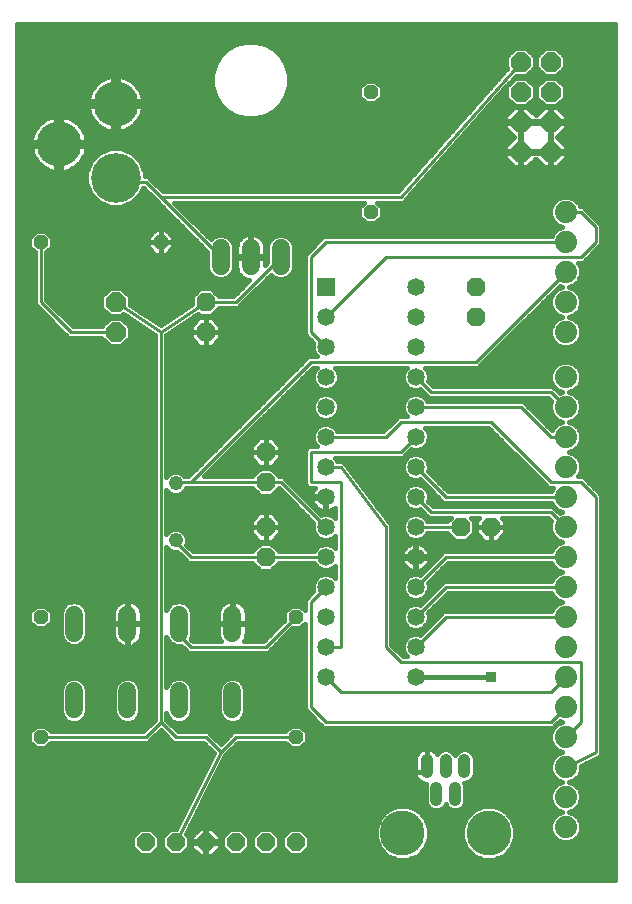
<source format=gbl>
G75*
G70*
%OFA0B0*%
%FSLAX24Y24*%
%IPPOS*%
%LPD*%
%AMOC8*
5,1,8,0,0,1.08239X$1,22.5*
%
%ADD10R,0.0585X0.0585*%
%ADD11C,0.0585*%
%ADD12C,0.0600*%
%ADD13OC8,0.0480*%
%ADD14OC8,0.0630*%
%ADD15C,0.0480*%
%ADD16OC8,0.0600*%
%ADD17OC8,0.0660*%
%ADD18C,0.1500*%
%ADD19C,0.0416*%
%ADD20C,0.1660*%
%ADD21C,0.1502*%
%ADD22C,0.0740*%
%ADD23C,0.0160*%
%ADD24C,0.0100*%
%ADD25R,0.0376X0.0376*%
D10*
X013180Y030680D03*
D11*
X013180Y029680D03*
X013180Y028680D03*
X013180Y027680D03*
X013180Y026680D03*
X013180Y025680D03*
X013180Y024680D03*
X013180Y023680D03*
X013180Y022680D03*
X013180Y021680D03*
X013180Y020680D03*
X013180Y019680D03*
X013180Y018680D03*
X013180Y017680D03*
X016180Y017680D03*
X016180Y018680D03*
X016180Y019680D03*
X016180Y020680D03*
X016180Y021680D03*
X016180Y022680D03*
X016180Y023680D03*
X016180Y024680D03*
X016180Y025680D03*
X016180Y026680D03*
X016180Y027680D03*
X016180Y028680D03*
X016180Y029680D03*
X016180Y030680D03*
D12*
X011680Y031380D02*
X011680Y031980D01*
X010680Y031980D02*
X010680Y031380D01*
X009680Y031380D02*
X009680Y031980D01*
X010070Y019760D02*
X010070Y019160D01*
X008290Y019160D02*
X008290Y019760D01*
X006570Y019760D02*
X006570Y019160D01*
X004790Y019160D02*
X004790Y019760D01*
X004790Y017200D02*
X004790Y016600D01*
X006570Y016600D02*
X006570Y017200D01*
X008290Y017200D02*
X008290Y016600D01*
X010070Y016600D02*
X010070Y017200D01*
D13*
X012180Y015680D03*
X012180Y019680D03*
X003680Y019680D03*
X003680Y015680D03*
X003680Y032180D03*
X007680Y032180D03*
X014680Y033180D03*
X014680Y037180D03*
D14*
X018180Y030680D03*
X018180Y029680D03*
X011180Y025180D03*
X011180Y024180D03*
X011180Y022680D03*
X011180Y021680D03*
X017680Y022680D03*
X018680Y022680D03*
X009180Y029180D03*
X009180Y030180D03*
D15*
X008180Y024130D03*
X008180Y022230D03*
D16*
X008180Y012180D03*
X007180Y012180D03*
X009180Y012180D03*
X010180Y012180D03*
X011180Y012180D03*
X012180Y012180D03*
D17*
X006180Y029180D03*
X006180Y030180D03*
X019680Y035180D03*
X019680Y036180D03*
X019680Y037180D03*
X019680Y038180D03*
X020680Y038180D03*
X020680Y037180D03*
X020680Y036180D03*
X020680Y035180D03*
D18*
X018617Y012479D03*
X015743Y012479D03*
D19*
X016865Y013579D02*
X016865Y013995D01*
X016550Y014507D02*
X016550Y014922D01*
X017180Y014922D02*
X017180Y014507D01*
X017495Y013995D02*
X017495Y013579D01*
X017810Y014507D02*
X017810Y014922D01*
D20*
X006180Y034326D03*
D21*
X004290Y035448D03*
X006180Y036786D03*
D22*
X021180Y033180D03*
X021180Y032180D03*
X021180Y031180D03*
X021180Y030180D03*
X021180Y029180D03*
X021180Y027680D03*
X021180Y026680D03*
X021180Y025680D03*
X021180Y024680D03*
X021180Y023680D03*
X021180Y022680D03*
X021180Y021680D03*
X021180Y020680D03*
X021180Y019680D03*
X021180Y018680D03*
X021180Y017680D03*
X021180Y016680D03*
X021180Y015680D03*
X021180Y014680D03*
X021180Y013680D03*
X021180Y012680D03*
D23*
X002910Y010910D02*
X002910Y039446D01*
X022820Y039446D01*
X022820Y010910D01*
X002910Y010910D01*
X002910Y010997D02*
X022820Y010997D01*
X022820Y011156D02*
X002910Y011156D01*
X002910Y011314D02*
X022820Y011314D01*
X022820Y011473D02*
X002910Y011473D01*
X002910Y011631D02*
X015465Y011631D01*
X015566Y011589D02*
X015239Y011725D01*
X014988Y011975D01*
X014853Y012302D01*
X014853Y012656D01*
X014988Y012983D01*
X015239Y013234D01*
X015566Y013369D01*
X015920Y013369D01*
X016247Y013234D01*
X016497Y012983D01*
X016633Y012656D01*
X016633Y012302D01*
X016497Y011975D01*
X016247Y011725D01*
X015920Y011589D01*
X015566Y011589D01*
X015174Y011790D02*
X012412Y011790D01*
X012362Y011740D02*
X012620Y011998D01*
X012620Y012362D01*
X012362Y012620D01*
X011998Y012620D01*
X011740Y012362D01*
X011740Y011998D01*
X011998Y011740D01*
X012362Y011740D01*
X012570Y011948D02*
X015016Y011948D01*
X014934Y012107D02*
X012620Y012107D01*
X012620Y012265D02*
X014868Y012265D01*
X014853Y012424D02*
X012559Y012424D01*
X012400Y012582D02*
X014853Y012582D01*
X014888Y012741D02*
X008673Y012741D01*
X008752Y012899D02*
X014954Y012899D01*
X015063Y013058D02*
X008831Y013058D01*
X008910Y013216D02*
X015221Y013216D01*
X016265Y013216D02*
X018095Y013216D01*
X018113Y013234D02*
X017863Y012983D01*
X017727Y012656D01*
X017727Y012302D01*
X017863Y011975D01*
X018113Y011725D01*
X018440Y011589D01*
X018794Y011589D01*
X019121Y011725D01*
X019372Y011975D01*
X019507Y012302D01*
X019507Y012656D01*
X019372Y012983D01*
X019121Y013234D01*
X018794Y013369D01*
X018440Y013369D01*
X018113Y013234D01*
X017937Y013058D02*
X016423Y013058D01*
X016532Y012899D02*
X017828Y012899D01*
X017762Y012741D02*
X016598Y012741D01*
X016633Y012582D02*
X017727Y012582D01*
X017727Y012424D02*
X016633Y012424D01*
X016618Y012265D02*
X017742Y012265D01*
X017808Y012107D02*
X016552Y012107D01*
X016470Y011948D02*
X017890Y011948D01*
X018048Y011790D02*
X016312Y011790D01*
X016021Y011631D02*
X018339Y011631D01*
X018895Y011631D02*
X022820Y011631D01*
X022820Y011790D02*
X019186Y011790D01*
X019344Y011948D02*
X022820Y011948D01*
X022820Y012107D02*
X019426Y012107D01*
X019492Y012265D02*
X020874Y012265D01*
X020891Y012248D02*
X021079Y012170D01*
X021281Y012170D01*
X021469Y012248D01*
X021612Y012391D01*
X021690Y012579D01*
X021690Y012781D01*
X021612Y012969D01*
X021469Y013112D01*
X021306Y013180D01*
X021469Y013248D01*
X021612Y013391D01*
X021690Y013579D01*
X021690Y013781D01*
X021612Y013969D01*
X021469Y014112D01*
X021306Y014180D01*
X021469Y014248D01*
X021612Y014391D01*
X021690Y014579D01*
X021690Y014723D01*
X022225Y014990D01*
X022259Y014990D01*
X022293Y015024D01*
X022335Y015045D01*
X022346Y015077D01*
X022370Y015101D01*
X022370Y015149D01*
X022385Y015195D01*
X022370Y015225D01*
X022370Y023759D01*
X022259Y023870D01*
X021759Y024370D01*
X021591Y024370D01*
X021612Y024391D01*
X021690Y024579D01*
X021690Y024781D01*
X021612Y024969D01*
X021469Y025112D01*
X021306Y025180D01*
X021469Y025248D01*
X021612Y025391D01*
X021690Y025579D01*
X022820Y025579D01*
X022820Y025421D02*
X021625Y025421D01*
X021690Y025579D02*
X021690Y025781D01*
X021612Y025969D01*
X021469Y026112D01*
X021306Y026180D01*
X021469Y026248D01*
X021612Y026391D01*
X021690Y026579D01*
X021690Y026781D01*
X021612Y026969D01*
X021469Y027112D01*
X021306Y027180D01*
X021469Y027248D01*
X021612Y027391D01*
X021690Y027579D01*
X021690Y027781D01*
X021612Y027969D01*
X021469Y028112D01*
X021281Y028190D01*
X021079Y028190D01*
X020891Y028112D01*
X020748Y027969D01*
X020670Y027781D01*
X020670Y027579D01*
X020748Y027391D01*
X020891Y027248D01*
X021054Y027180D01*
X020980Y027149D01*
X020759Y027370D01*
X016759Y027370D01*
X016590Y027539D01*
X016612Y027594D01*
X016612Y027766D01*
X016547Y027925D01*
X016482Y027990D01*
X018259Y027990D01*
X018370Y028101D01*
X020980Y030711D01*
X021054Y030680D01*
X020891Y030612D01*
X020748Y030469D01*
X020670Y030281D01*
X020670Y030079D01*
X020748Y029891D01*
X020891Y029748D01*
X021054Y029680D01*
X020891Y029612D01*
X020748Y029469D01*
X020670Y029281D01*
X020670Y029079D01*
X020748Y028891D01*
X020891Y028748D01*
X021079Y028670D01*
X021281Y028670D01*
X021469Y028748D01*
X021612Y028891D01*
X021690Y029079D01*
X021690Y029281D01*
X021612Y029469D01*
X021469Y029612D01*
X021306Y029680D01*
X021469Y029748D01*
X021612Y029891D01*
X021690Y030079D01*
X021690Y030281D01*
X021612Y030469D01*
X021469Y030612D01*
X021306Y030680D01*
X021469Y030748D01*
X021612Y030891D01*
X021690Y031079D01*
X021690Y031281D01*
X021612Y031469D01*
X021591Y031490D01*
X021759Y031490D01*
X022370Y032101D01*
X022370Y032759D01*
X021870Y033259D01*
X021759Y033370D01*
X021653Y033370D01*
X021612Y033469D01*
X021469Y033612D01*
X021281Y033690D01*
X021079Y033690D01*
X020891Y033612D01*
X020748Y033469D01*
X020670Y033281D01*
X020670Y033079D01*
X020748Y032891D01*
X020891Y032748D01*
X021054Y032680D01*
X020891Y032612D01*
X020748Y032469D01*
X020707Y032370D01*
X013101Y032370D01*
X012490Y031759D01*
X012490Y029101D01*
X012601Y028990D01*
X012770Y028821D01*
X012748Y028766D01*
X012748Y028594D01*
X012813Y028435D01*
X012878Y028370D01*
X012601Y028370D01*
X008601Y024370D01*
X008477Y024370D01*
X008395Y024452D01*
X008256Y024510D01*
X008104Y024510D01*
X007965Y024452D01*
X007870Y024357D01*
X007870Y029078D01*
X008931Y029786D01*
X008992Y029725D01*
X009368Y029725D01*
X009633Y029990D01*
X010259Y029990D01*
X010370Y030101D01*
X011353Y031085D01*
X011431Y031007D01*
X011592Y030940D01*
X011768Y030940D01*
X011929Y031007D01*
X012053Y031131D01*
X012120Y031292D01*
X012120Y032068D01*
X012053Y032229D01*
X011929Y032353D01*
X011768Y032420D01*
X011592Y032420D01*
X011431Y032353D01*
X011307Y032229D01*
X011240Y032068D01*
X011240Y031509D01*
X011160Y031429D01*
X011160Y031660D01*
X010700Y031660D01*
X010700Y031700D01*
X010660Y031700D01*
X010660Y032460D01*
X010642Y032460D01*
X010568Y032448D01*
X010496Y032425D01*
X010428Y032391D01*
X010367Y032346D01*
X010314Y032293D01*
X010269Y032232D01*
X010235Y032164D01*
X010212Y032092D01*
X010200Y032018D01*
X010200Y031700D01*
X010660Y031700D01*
X010660Y031660D01*
X010200Y031660D01*
X010200Y031342D01*
X010212Y031268D01*
X010235Y031196D01*
X010269Y031128D01*
X010314Y031067D01*
X010367Y031014D01*
X010428Y030969D01*
X010496Y030935D01*
X010568Y030912D01*
X010633Y030901D01*
X010101Y030370D01*
X009633Y030370D01*
X009368Y030635D01*
X008992Y030635D01*
X008725Y030368D01*
X008725Y030105D01*
X007680Y029408D01*
X006650Y030095D01*
X006650Y030375D01*
X006375Y030650D01*
X005985Y030650D01*
X005710Y030375D01*
X005710Y029985D01*
X005985Y029710D01*
X006375Y029710D01*
X006442Y029777D01*
X007490Y029078D01*
X007490Y016259D01*
X007101Y015870D01*
X004027Y015870D01*
X003837Y016060D01*
X003523Y016060D01*
X003300Y015837D01*
X003300Y015523D01*
X003523Y015300D01*
X003837Y015300D01*
X004027Y015490D01*
X007259Y015490D01*
X007370Y015601D01*
X007680Y015911D01*
X008101Y015490D01*
X009101Y015490D01*
X009449Y015142D01*
X008188Y012620D01*
X007998Y012620D01*
X007740Y012362D01*
X007740Y011998D01*
X007998Y011740D01*
X008362Y011740D01*
X008620Y011998D01*
X008620Y012362D01*
X008529Y012453D01*
X009836Y015067D01*
X009870Y015101D01*
X010259Y015490D01*
X011833Y015490D01*
X012023Y015300D01*
X012337Y015300D01*
X012560Y015523D01*
X012560Y015837D01*
X012337Y016060D01*
X012023Y016060D01*
X011833Y015870D01*
X010101Y015870D01*
X009680Y015449D01*
X009370Y015759D01*
X009259Y015870D01*
X008259Y015870D01*
X007870Y016259D01*
X007870Y016464D01*
X007917Y016351D01*
X008041Y016227D01*
X008202Y016160D01*
X008378Y016160D01*
X008539Y016227D01*
X008663Y016351D01*
X008730Y016512D01*
X008730Y017288D01*
X008663Y017449D01*
X008539Y017573D01*
X008378Y017640D01*
X008202Y017640D01*
X008041Y017573D01*
X007917Y017449D01*
X007870Y017336D01*
X007870Y019024D01*
X007917Y018911D01*
X008041Y018787D01*
X008202Y018720D01*
X008371Y018720D01*
X008490Y018601D01*
X008601Y018490D01*
X011259Y018490D01*
X012069Y019300D01*
X012337Y019300D01*
X012490Y019453D01*
X012490Y016601D01*
X013101Y015990D01*
X013259Y015990D01*
X020759Y015990D01*
X020870Y016101D01*
X020980Y016211D01*
X021054Y016180D01*
X020891Y016112D01*
X020748Y015969D01*
X020670Y015781D01*
X020670Y015579D01*
X020748Y015391D01*
X020891Y015248D01*
X021054Y015180D01*
X020891Y015112D01*
X020748Y014969D01*
X020670Y014781D01*
X020670Y014579D01*
X020748Y014391D01*
X020891Y014248D01*
X021054Y014180D01*
X020891Y014112D01*
X020748Y013969D01*
X020670Y013781D01*
X020670Y013579D01*
X020748Y013391D01*
X020891Y013248D01*
X021054Y013180D01*
X020891Y013112D01*
X020748Y012969D01*
X020670Y012781D01*
X020670Y012579D01*
X020748Y012391D01*
X020891Y012248D01*
X020734Y012424D02*
X019507Y012424D01*
X019507Y012582D02*
X020670Y012582D01*
X020670Y012741D02*
X019472Y012741D01*
X019406Y012899D02*
X020719Y012899D01*
X020836Y013058D02*
X019297Y013058D01*
X019139Y013216D02*
X020967Y013216D01*
X020764Y013375D02*
X017782Y013375D01*
X017790Y013382D02*
X017843Y013510D01*
X017843Y014064D01*
X017803Y014159D01*
X017879Y014159D01*
X018007Y014212D01*
X018105Y014310D01*
X018158Y014438D01*
X018158Y014992D01*
X018105Y015119D01*
X018007Y015217D01*
X017879Y015270D01*
X017741Y015270D01*
X017613Y015217D01*
X017515Y015119D01*
X017495Y015071D01*
X017475Y015119D01*
X017377Y015217D01*
X017249Y015270D01*
X017111Y015270D01*
X016983Y015217D01*
X016885Y015119D01*
X016851Y015170D01*
X016797Y015224D01*
X016734Y015266D01*
X016663Y015295D01*
X016588Y015310D01*
X016550Y015310D01*
X016512Y015310D01*
X016437Y015295D01*
X016366Y015266D01*
X016303Y015224D01*
X016249Y015170D01*
X016206Y015106D01*
X016177Y015035D01*
X016162Y014961D01*
X016162Y014507D01*
X016550Y014507D01*
X016550Y015310D01*
X016550Y014507D01*
X016550Y014507D01*
X016550Y014507D01*
X016162Y014507D01*
X016162Y014469D01*
X016177Y014394D01*
X016206Y014323D01*
X016249Y014260D01*
X016303Y014206D01*
X016366Y014163D01*
X016437Y014134D01*
X016512Y014119D01*
X016540Y014119D01*
X016517Y014064D01*
X016517Y013510D01*
X016570Y013382D01*
X016668Y013285D01*
X016796Y013232D01*
X016934Y013232D01*
X017062Y013285D01*
X017160Y013382D01*
X017180Y013431D01*
X017200Y013382D01*
X017298Y013285D01*
X017426Y013232D01*
X017564Y013232D01*
X017692Y013285D01*
X017790Y013382D01*
X017843Y013533D02*
X020689Y013533D01*
X020670Y013692D02*
X017843Y013692D01*
X017843Y013850D02*
X020698Y013850D01*
X020787Y014009D02*
X017843Y014009D01*
X017898Y014167D02*
X021023Y014167D01*
X020813Y014326D02*
X018111Y014326D01*
X018158Y014484D02*
X020709Y014484D01*
X020670Y014643D02*
X018158Y014643D01*
X018158Y014801D02*
X020678Y014801D01*
X020744Y014960D02*
X018158Y014960D01*
X018105Y015118D02*
X020905Y015118D01*
X020862Y015277D02*
X016708Y015277D01*
X016550Y015277D02*
X016550Y015277D01*
X016392Y015277D02*
X010045Y015277D01*
X010204Y015435D02*
X011888Y015435D01*
X011873Y015911D02*
X008218Y015911D01*
X008060Y016069D02*
X013022Y016069D01*
X012864Y016228D02*
X010320Y016228D01*
X010319Y016227D02*
X010443Y016351D01*
X010510Y016512D01*
X010510Y017288D01*
X010443Y017449D01*
X010319Y017573D01*
X010158Y017640D01*
X009982Y017640D01*
X009821Y017573D01*
X009697Y017449D01*
X009630Y017288D01*
X009630Y016512D01*
X009697Y016351D01*
X009821Y016227D01*
X009982Y016160D01*
X010158Y016160D01*
X010319Y016227D01*
X010458Y016386D02*
X012705Y016386D01*
X012547Y016545D02*
X010510Y016545D01*
X010510Y016703D02*
X012490Y016703D01*
X012490Y016862D02*
X010510Y016862D01*
X010510Y017020D02*
X012490Y017020D01*
X012490Y017179D02*
X010510Y017179D01*
X010490Y017337D02*
X012490Y017337D01*
X012490Y017496D02*
X010397Y017496D01*
X009743Y017496D02*
X008617Y017496D01*
X008710Y017337D02*
X009650Y017337D01*
X009630Y017179D02*
X008730Y017179D01*
X008730Y017020D02*
X009630Y017020D01*
X009630Y016862D02*
X008730Y016862D01*
X008730Y016703D02*
X009630Y016703D01*
X009630Y016545D02*
X008730Y016545D01*
X008678Y016386D02*
X009682Y016386D01*
X009820Y016228D02*
X008540Y016228D01*
X008040Y016228D02*
X007901Y016228D01*
X007902Y016386D02*
X007870Y016386D01*
X007490Y016386D02*
X006958Y016386D01*
X006943Y016351D02*
X007010Y016512D01*
X007010Y017288D01*
X006943Y017449D01*
X006819Y017573D01*
X006658Y017640D01*
X006482Y017640D01*
X006321Y017573D01*
X006197Y017449D01*
X006130Y017288D01*
X006130Y016512D01*
X006197Y016351D01*
X006321Y016227D01*
X006482Y016160D01*
X006658Y016160D01*
X006819Y016227D01*
X006943Y016351D01*
X006820Y016228D02*
X007459Y016228D01*
X007300Y016069D02*
X002910Y016069D01*
X002910Y015911D02*
X003373Y015911D01*
X003300Y015752D02*
X002910Y015752D01*
X002910Y015594D02*
X003300Y015594D01*
X003388Y015435D02*
X002910Y015435D01*
X002910Y015277D02*
X009315Y015277D01*
X009437Y015118D02*
X002910Y015118D01*
X002910Y014960D02*
X009357Y014960D01*
X009278Y014801D02*
X002910Y014801D01*
X002910Y014643D02*
X009199Y014643D01*
X009120Y014484D02*
X002910Y014484D01*
X002910Y014326D02*
X009040Y014326D01*
X008961Y014167D02*
X002910Y014167D01*
X002910Y014009D02*
X008882Y014009D01*
X008803Y013850D02*
X002910Y013850D01*
X002910Y013692D02*
X008723Y013692D01*
X008644Y013533D02*
X002910Y013533D01*
X002910Y013375D02*
X008565Y013375D01*
X008486Y013216D02*
X002910Y013216D01*
X002910Y013058D02*
X008406Y013058D01*
X008327Y012899D02*
X002910Y012899D01*
X002910Y012741D02*
X008248Y012741D01*
X007960Y012582D02*
X007400Y012582D01*
X007362Y012620D02*
X006998Y012620D01*
X006740Y012362D01*
X006740Y011998D01*
X006998Y011740D01*
X007362Y011740D01*
X007620Y011998D01*
X007620Y012362D01*
X007362Y012620D01*
X007559Y012424D02*
X007801Y012424D01*
X007740Y012265D02*
X007620Y012265D01*
X007620Y012107D02*
X007740Y012107D01*
X007790Y011948D02*
X007570Y011948D01*
X007412Y011790D02*
X007948Y011790D01*
X008412Y011790D02*
X008892Y011790D01*
X008981Y011700D02*
X008700Y011981D01*
X008700Y012160D01*
X009160Y012160D01*
X009160Y012200D01*
X009160Y012660D01*
X008981Y012660D01*
X008700Y012379D01*
X008700Y012200D01*
X009160Y012200D01*
X009200Y012200D01*
X009200Y012660D01*
X009379Y012660D01*
X009660Y012379D01*
X009660Y012200D01*
X009200Y012200D01*
X009200Y012160D01*
X009660Y012160D01*
X009660Y011981D01*
X009379Y011700D01*
X009200Y011700D01*
X009200Y012160D01*
X009160Y012160D01*
X009160Y011700D01*
X008981Y011700D01*
X009160Y011790D02*
X009200Y011790D01*
X009200Y011948D02*
X009160Y011948D01*
X009160Y012107D02*
X009200Y012107D01*
X009200Y012265D02*
X009160Y012265D01*
X009160Y012424D02*
X009200Y012424D01*
X009200Y012582D02*
X009160Y012582D01*
X008903Y012582D02*
X008593Y012582D01*
X008559Y012424D02*
X008745Y012424D01*
X008700Y012265D02*
X008620Y012265D01*
X008620Y012107D02*
X008700Y012107D01*
X008733Y011948D02*
X008570Y011948D01*
X009468Y011790D02*
X009948Y011790D01*
X009998Y011740D02*
X010362Y011740D01*
X010620Y011998D01*
X010620Y012362D01*
X010362Y012620D01*
X009998Y012620D01*
X009740Y012362D01*
X009740Y011998D01*
X009998Y011740D01*
X009790Y011948D02*
X009627Y011948D01*
X009660Y012107D02*
X009740Y012107D01*
X009740Y012265D02*
X009660Y012265D01*
X009615Y012424D02*
X009801Y012424D01*
X009960Y012582D02*
X009457Y012582D01*
X008990Y013375D02*
X016578Y013375D01*
X016517Y013533D02*
X009069Y013533D01*
X009148Y013692D02*
X016517Y013692D01*
X016517Y013850D02*
X009227Y013850D01*
X009307Y014009D02*
X016517Y014009D01*
X016361Y014167D02*
X009386Y014167D01*
X009465Y014326D02*
X016205Y014326D01*
X016162Y014484D02*
X009544Y014484D01*
X009624Y014643D02*
X016162Y014643D01*
X016162Y014801D02*
X009703Y014801D01*
X009782Y014960D02*
X016162Y014960D01*
X016214Y015118D02*
X009887Y015118D01*
X009825Y015594D02*
X009535Y015594D01*
X009377Y015752D02*
X009983Y015752D01*
X009156Y015435D02*
X003972Y015435D01*
X003987Y015911D02*
X007142Y015911D01*
X007362Y015594D02*
X007998Y015594D01*
X007839Y015752D02*
X007521Y015752D01*
X007679Y015911D02*
X007681Y015911D01*
X007490Y016545D02*
X007010Y016545D01*
X007010Y016703D02*
X007490Y016703D01*
X007490Y016862D02*
X007010Y016862D01*
X007010Y017020D02*
X007490Y017020D01*
X007490Y017179D02*
X007010Y017179D01*
X006990Y017337D02*
X007490Y017337D01*
X007490Y017496D02*
X006897Y017496D01*
X007490Y017654D02*
X002910Y017654D01*
X002910Y017496D02*
X004463Y017496D01*
X004417Y017449D02*
X004350Y017288D01*
X004350Y016512D01*
X004417Y016351D01*
X004541Y016227D01*
X004702Y016160D01*
X004878Y016160D01*
X005039Y016227D01*
X005163Y016351D01*
X005230Y016512D01*
X005230Y017288D01*
X005163Y017449D01*
X005039Y017573D01*
X004878Y017640D01*
X004702Y017640D01*
X004541Y017573D01*
X004417Y017449D01*
X004370Y017337D02*
X002910Y017337D01*
X002910Y017179D02*
X004350Y017179D01*
X004350Y017020D02*
X002910Y017020D01*
X002910Y016862D02*
X004350Y016862D01*
X004350Y016703D02*
X002910Y016703D01*
X002910Y016545D02*
X004350Y016545D01*
X004402Y016386D02*
X002910Y016386D01*
X002910Y016228D02*
X004540Y016228D01*
X005040Y016228D02*
X006320Y016228D01*
X006182Y016386D02*
X005178Y016386D01*
X005230Y016545D02*
X006130Y016545D01*
X006130Y016703D02*
X005230Y016703D01*
X005230Y016862D02*
X006130Y016862D01*
X006130Y017020D02*
X005230Y017020D01*
X005230Y017179D02*
X006130Y017179D01*
X006150Y017337D02*
X005210Y017337D01*
X005117Y017496D02*
X006243Y017496D01*
X006458Y018692D02*
X006532Y018680D01*
X006550Y018680D01*
X006550Y019440D01*
X006090Y019440D01*
X006090Y019122D01*
X006102Y019048D01*
X006125Y018976D01*
X006159Y018908D01*
X006204Y018847D01*
X006257Y018794D01*
X006318Y018749D01*
X006386Y018715D01*
X006458Y018692D01*
X006550Y018764D02*
X006590Y018764D01*
X006590Y018680D02*
X006608Y018680D01*
X006682Y018692D01*
X006754Y018715D01*
X006822Y018749D01*
X006883Y018794D01*
X006936Y018847D01*
X006981Y018908D01*
X007015Y018976D01*
X007038Y019048D01*
X007050Y019122D01*
X007050Y019440D01*
X006590Y019440D01*
X006590Y019480D01*
X006550Y019480D01*
X006550Y020240D01*
X006532Y020240D01*
X006458Y020228D01*
X006386Y020205D01*
X006318Y020171D01*
X006257Y020126D01*
X006204Y020073D01*
X006159Y020012D01*
X006125Y019944D01*
X006102Y019872D01*
X006090Y019798D01*
X006090Y019480D01*
X006550Y019480D01*
X006550Y019440D01*
X006590Y019440D01*
X006590Y018680D01*
X006590Y018922D02*
X006550Y018922D01*
X006550Y019081D02*
X006590Y019081D01*
X006590Y019239D02*
X006550Y019239D01*
X006550Y019398D02*
X006590Y019398D01*
X006590Y019480D02*
X007050Y019480D01*
X007050Y019798D01*
X007038Y019872D01*
X007015Y019944D01*
X006981Y020012D01*
X006936Y020073D01*
X006883Y020126D01*
X006822Y020171D01*
X006754Y020205D01*
X006682Y020228D01*
X006608Y020240D01*
X006590Y020240D01*
X006590Y019480D01*
X006590Y019556D02*
X006550Y019556D01*
X006550Y019715D02*
X006590Y019715D01*
X006590Y019873D02*
X006550Y019873D01*
X006550Y020032D02*
X006590Y020032D01*
X006590Y020190D02*
X006550Y020190D01*
X006357Y020190D02*
X004902Y020190D01*
X004878Y020200D02*
X004702Y020200D01*
X004541Y020133D01*
X004417Y020009D01*
X004350Y019848D01*
X004350Y019072D01*
X004417Y018911D01*
X004541Y018787D01*
X004702Y018720D01*
X004878Y018720D01*
X005039Y018787D01*
X005163Y018911D01*
X005230Y019072D01*
X005230Y019848D01*
X005163Y020009D01*
X005039Y020133D01*
X004878Y020200D01*
X004678Y020190D02*
X002910Y020190D01*
X002910Y020032D02*
X003494Y020032D01*
X003523Y020060D02*
X003300Y019837D01*
X003300Y019523D01*
X003523Y019300D01*
X003837Y019300D01*
X004060Y019523D01*
X004060Y019837D01*
X003837Y020060D01*
X003523Y020060D01*
X003336Y019873D02*
X002910Y019873D01*
X002910Y019715D02*
X003300Y019715D01*
X003300Y019556D02*
X002910Y019556D01*
X002910Y019398D02*
X003425Y019398D01*
X003935Y019398D02*
X004350Y019398D01*
X004350Y019556D02*
X004060Y019556D01*
X004060Y019715D02*
X004350Y019715D01*
X004361Y019873D02*
X004024Y019873D01*
X003866Y020032D02*
X004439Y020032D01*
X005141Y020032D02*
X006174Y020032D01*
X006102Y019873D02*
X005219Y019873D01*
X005230Y019715D02*
X006090Y019715D01*
X006090Y019556D02*
X005230Y019556D01*
X005230Y019398D02*
X006090Y019398D01*
X006090Y019239D02*
X005230Y019239D01*
X005230Y019081D02*
X006097Y019081D01*
X006153Y018922D02*
X005168Y018922D01*
X004983Y018764D02*
X006299Y018764D01*
X006841Y018764D02*
X007490Y018764D01*
X007490Y018922D02*
X006987Y018922D01*
X007043Y019081D02*
X007490Y019081D01*
X007490Y019239D02*
X007050Y019239D01*
X007050Y019398D02*
X007490Y019398D01*
X007490Y019556D02*
X007050Y019556D01*
X007050Y019715D02*
X007490Y019715D01*
X007490Y019873D02*
X007038Y019873D01*
X006966Y020032D02*
X007490Y020032D01*
X007490Y020190D02*
X006783Y020190D01*
X007490Y020349D02*
X002910Y020349D01*
X002910Y020507D02*
X007490Y020507D01*
X007490Y020666D02*
X002910Y020666D01*
X002910Y020824D02*
X007490Y020824D01*
X007490Y020983D02*
X002910Y020983D01*
X002910Y021141D02*
X007490Y021141D01*
X007490Y021300D02*
X002910Y021300D01*
X002910Y021458D02*
X007490Y021458D01*
X007490Y021617D02*
X002910Y021617D01*
X002910Y021775D02*
X007490Y021775D01*
X007490Y021934D02*
X002910Y021934D01*
X002910Y022092D02*
X007490Y022092D01*
X007490Y022251D02*
X002910Y022251D01*
X002910Y022409D02*
X007490Y022409D01*
X007490Y022568D02*
X002910Y022568D01*
X002910Y022726D02*
X007490Y022726D01*
X007490Y022885D02*
X002910Y022885D01*
X002910Y023043D02*
X007490Y023043D01*
X007490Y023202D02*
X002910Y023202D01*
X002910Y023360D02*
X007490Y023360D01*
X007490Y023519D02*
X002910Y023519D01*
X002910Y023677D02*
X007490Y023677D01*
X007490Y023836D02*
X002910Y023836D01*
X002910Y023994D02*
X007490Y023994D01*
X007490Y024153D02*
X002910Y024153D01*
X002910Y024311D02*
X007490Y024311D01*
X007490Y024470D02*
X002910Y024470D01*
X002910Y024628D02*
X007490Y024628D01*
X007490Y024787D02*
X002910Y024787D01*
X002910Y024945D02*
X007490Y024945D01*
X007490Y025104D02*
X002910Y025104D01*
X002910Y025262D02*
X007490Y025262D01*
X007490Y025421D02*
X002910Y025421D01*
X002910Y025579D02*
X007490Y025579D01*
X007490Y025738D02*
X002910Y025738D01*
X002910Y025896D02*
X007490Y025896D01*
X007490Y026055D02*
X002910Y026055D01*
X002910Y026213D02*
X007490Y026213D01*
X007490Y026372D02*
X002910Y026372D01*
X002910Y026530D02*
X007490Y026530D01*
X007490Y026689D02*
X002910Y026689D01*
X002910Y026847D02*
X007490Y026847D01*
X007490Y027006D02*
X002910Y027006D01*
X002910Y027164D02*
X007490Y027164D01*
X007490Y027323D02*
X002910Y027323D01*
X002910Y027481D02*
X007490Y027481D01*
X007490Y027640D02*
X002910Y027640D01*
X002910Y027798D02*
X007490Y027798D01*
X007490Y027957D02*
X002910Y027957D01*
X002910Y028115D02*
X007490Y028115D01*
X007490Y028274D02*
X002910Y028274D01*
X002910Y028432D02*
X007490Y028432D01*
X007490Y028591D02*
X002910Y028591D01*
X002910Y028749D02*
X005946Y028749D01*
X005985Y028710D02*
X006375Y028710D01*
X006650Y028985D01*
X006650Y029375D01*
X006375Y029650D01*
X005985Y029650D01*
X005710Y029375D01*
X005710Y029370D01*
X004759Y029370D01*
X003870Y030259D01*
X003870Y031833D01*
X004060Y032023D01*
X004060Y032337D01*
X003837Y032560D01*
X003523Y032560D01*
X003300Y032337D01*
X003300Y032023D01*
X003490Y031833D01*
X003490Y030101D01*
X004601Y028990D01*
X005710Y028990D01*
X005710Y028985D01*
X005985Y028710D01*
X005788Y028908D02*
X002910Y028908D01*
X002910Y029066D02*
X004525Y029066D01*
X004367Y029225D02*
X002910Y029225D01*
X002910Y029383D02*
X004208Y029383D01*
X004050Y029542D02*
X002910Y029542D01*
X002910Y029700D02*
X003891Y029700D01*
X003733Y029859D02*
X002910Y029859D01*
X002910Y030017D02*
X003574Y030017D01*
X003490Y030176D02*
X002910Y030176D01*
X002910Y030334D02*
X003490Y030334D01*
X003490Y030493D02*
X002910Y030493D01*
X002910Y030651D02*
X003490Y030651D01*
X003490Y030810D02*
X002910Y030810D01*
X002910Y030968D02*
X003490Y030968D01*
X003490Y031127D02*
X002910Y031127D01*
X002910Y031285D02*
X003490Y031285D01*
X003490Y031444D02*
X002910Y031444D01*
X002910Y031602D02*
X003490Y031602D01*
X003490Y031761D02*
X002910Y031761D01*
X002910Y031919D02*
X003404Y031919D01*
X003300Y032078D02*
X002910Y032078D01*
X002910Y032236D02*
X003300Y032236D01*
X003357Y032395D02*
X002910Y032395D01*
X002910Y032553D02*
X003516Y032553D01*
X003844Y032553D02*
X007459Y032553D01*
X007506Y032600D02*
X007260Y032354D01*
X007260Y032180D01*
X007680Y032180D01*
X008100Y032180D01*
X008100Y032354D01*
X007854Y032600D01*
X007680Y032600D01*
X007680Y032180D01*
X007680Y032180D01*
X007680Y032180D01*
X008100Y032180D01*
X008100Y032006D01*
X007854Y031760D01*
X007680Y031760D01*
X007680Y032180D01*
X007680Y032180D01*
X007680Y032180D01*
X007680Y032600D01*
X007506Y032600D01*
X007680Y032553D02*
X007680Y032553D01*
X007680Y032395D02*
X007680Y032395D01*
X007680Y032236D02*
X007680Y032236D01*
X007680Y032180D02*
X007260Y032180D01*
X007260Y032006D01*
X007506Y031760D01*
X007680Y031760D01*
X007680Y032180D01*
X007680Y032078D02*
X007680Y032078D01*
X007680Y031919D02*
X007680Y031919D01*
X007680Y031761D02*
X007680Y031761D01*
X007855Y031761D02*
X009240Y031761D01*
X009240Y031851D02*
X009240Y031292D01*
X009307Y031131D01*
X009431Y031007D01*
X009592Y030940D01*
X009768Y030940D01*
X009929Y031007D01*
X010053Y031131D01*
X010120Y031292D01*
X010120Y032068D01*
X010053Y032229D01*
X009929Y032353D01*
X009768Y032420D01*
X009592Y032420D01*
X009431Y032353D01*
X009353Y032275D01*
X008139Y033490D01*
X014453Y033490D01*
X014300Y033337D01*
X014300Y033023D01*
X014523Y032800D01*
X014837Y032800D01*
X015060Y033023D01*
X015060Y033337D01*
X014907Y033490D01*
X015608Y033490D01*
X015613Y033486D01*
X015686Y033490D01*
X015759Y033490D01*
X015763Y033495D01*
X015770Y033495D01*
X015818Y033550D01*
X015870Y033601D01*
X015870Y033608D01*
X019210Y037365D01*
X019210Y036985D01*
X019485Y036710D01*
X019875Y036710D01*
X020150Y036985D01*
X020150Y037375D01*
X019875Y037650D01*
X019485Y037650D01*
X019285Y037450D01*
X019516Y037710D01*
X019875Y037710D01*
X020150Y037985D01*
X020150Y038375D01*
X019875Y038650D01*
X019485Y038650D01*
X019210Y038375D01*
X019210Y037985D01*
X019233Y037963D01*
X015595Y033870D01*
X007759Y033870D01*
X007370Y034259D01*
X007259Y034370D01*
X007150Y034370D01*
X007150Y034519D01*
X007002Y034875D01*
X006729Y035148D01*
X006373Y035296D01*
X005987Y035296D01*
X005631Y035148D01*
X005358Y034875D01*
X005210Y034519D01*
X005210Y034133D01*
X005358Y033776D01*
X005631Y033503D01*
X005987Y033356D01*
X006373Y033356D01*
X006729Y033503D01*
X007002Y033776D01*
X007091Y033990D01*
X007101Y033990D01*
X007490Y033601D01*
X007601Y033490D01*
X009240Y031851D01*
X009172Y031919D02*
X008013Y031919D01*
X008100Y032078D02*
X009014Y032078D01*
X008855Y032236D02*
X008100Y032236D01*
X008059Y032395D02*
X008697Y032395D01*
X008538Y032553D02*
X007901Y032553D01*
X008221Y032870D02*
X002910Y032870D01*
X002910Y032712D02*
X008380Y032712D01*
X008600Y033029D02*
X014300Y033029D01*
X014300Y033187D02*
X008442Y033187D01*
X008283Y033346D02*
X014308Y033346D01*
X014453Y032870D02*
X008759Y032870D01*
X008917Y032712D02*
X020978Y032712D01*
X020832Y032553D02*
X009076Y032553D01*
X009234Y032395D02*
X009531Y032395D01*
X009829Y032395D02*
X010436Y032395D01*
X010660Y032395D02*
X010700Y032395D01*
X010700Y032460D02*
X010700Y031700D01*
X011160Y031700D01*
X011160Y032018D01*
X011148Y032092D01*
X011125Y032164D01*
X011091Y032232D01*
X011046Y032293D01*
X010993Y032346D01*
X010932Y032391D01*
X010864Y032425D01*
X010792Y032448D01*
X010718Y032460D01*
X010700Y032460D01*
X010700Y032236D02*
X010660Y032236D01*
X010660Y032078D02*
X010700Y032078D01*
X010700Y031919D02*
X010660Y031919D01*
X010660Y031761D02*
X010700Y031761D01*
X011160Y031761D02*
X011240Y031761D01*
X011240Y031919D02*
X011160Y031919D01*
X011151Y032078D02*
X011244Y032078D01*
X011314Y032236D02*
X011087Y032236D01*
X010924Y032395D02*
X011531Y032395D01*
X011829Y032395D02*
X020717Y032395D01*
X020769Y032870D02*
X014907Y032870D01*
X015060Y033029D02*
X020691Y033029D01*
X020670Y033187D02*
X015060Y033187D01*
X015052Y033346D02*
X020697Y033346D01*
X020783Y033504D02*
X015778Y033504D01*
X015919Y033663D02*
X021012Y033663D01*
X021348Y033663D02*
X022820Y033663D01*
X022820Y033821D02*
X016060Y033821D01*
X016200Y033980D02*
X022820Y033980D01*
X022820Y034138D02*
X016341Y034138D01*
X016482Y034297D02*
X022820Y034297D01*
X022820Y034455D02*
X016623Y034455D01*
X016764Y034614D02*
X022820Y034614D01*
X022820Y034772D02*
X020993Y034772D01*
X020891Y034670D02*
X021190Y034969D01*
X021190Y035160D01*
X020700Y035160D01*
X020700Y035200D01*
X021190Y035200D01*
X021190Y035391D01*
X020901Y035680D01*
X021190Y035969D01*
X021190Y036160D01*
X020700Y036160D01*
X020700Y036200D01*
X020660Y036200D01*
X020660Y036690D01*
X020469Y036690D01*
X020180Y036401D01*
X019891Y036690D01*
X019700Y036690D01*
X019700Y036200D01*
X019660Y036200D01*
X019660Y036690D01*
X019469Y036690D01*
X019170Y036391D01*
X019170Y036200D01*
X019660Y036200D01*
X019660Y036160D01*
X019170Y036160D01*
X019170Y035969D01*
X019459Y035680D01*
X019170Y035391D01*
X019170Y035200D01*
X019660Y035200D01*
X019660Y035690D01*
X019660Y036160D01*
X019700Y036160D01*
X019700Y036200D01*
X020660Y036200D01*
X020660Y036160D01*
X020170Y036160D01*
X019700Y036160D01*
X019700Y035200D01*
X019660Y035200D01*
X019660Y035160D01*
X019170Y035160D01*
X019170Y034969D01*
X019469Y034670D01*
X019660Y034670D01*
X019660Y035160D01*
X019700Y035160D01*
X019700Y035200D01*
X020660Y035200D01*
X020660Y035690D01*
X020660Y036160D01*
X020700Y036160D01*
X020700Y035200D01*
X020660Y035200D01*
X020660Y035160D01*
X020700Y035160D01*
X020700Y034670D01*
X020891Y034670D01*
X020700Y034772D02*
X020660Y034772D01*
X020660Y034670D02*
X020660Y035160D01*
X020190Y035160D01*
X019700Y035160D01*
X019700Y034670D01*
X019891Y034670D01*
X020180Y034959D01*
X020469Y034670D01*
X020660Y034670D01*
X020660Y034931D02*
X020700Y034931D01*
X020700Y035089D02*
X020660Y035089D01*
X020660Y035248D02*
X020700Y035248D01*
X020700Y035406D02*
X020660Y035406D01*
X020660Y035565D02*
X020700Y035565D01*
X020700Y035723D02*
X020660Y035723D01*
X020660Y035882D02*
X020700Y035882D01*
X020700Y036040D02*
X020660Y036040D01*
X020660Y036199D02*
X019700Y036199D01*
X019660Y036199D02*
X018173Y036199D01*
X018314Y036357D02*
X019170Y036357D01*
X019294Y036516D02*
X018455Y036516D01*
X018596Y036674D02*
X019453Y036674D01*
X019363Y036833D02*
X018736Y036833D01*
X018877Y036991D02*
X019210Y036991D01*
X019210Y037150D02*
X019018Y037150D01*
X019159Y037308D02*
X019210Y037308D01*
X019300Y037467D02*
X019302Y037467D01*
X019441Y037625D02*
X019460Y037625D01*
X019214Y037942D02*
X011908Y037942D01*
X011873Y038074D02*
X011960Y037749D01*
X011960Y037411D01*
X011873Y037086D01*
X011704Y036794D01*
X011466Y036556D01*
X011174Y036387D01*
X010849Y036300D01*
X010511Y036300D01*
X010186Y036387D01*
X009894Y036556D01*
X009656Y036794D01*
X009487Y037086D01*
X009400Y037411D01*
X009400Y037749D01*
X009487Y038074D01*
X009656Y038366D01*
X009894Y038604D01*
X010186Y038773D01*
X010511Y038860D01*
X010849Y038860D01*
X011174Y038773D01*
X011466Y038604D01*
X011704Y038366D01*
X011873Y038074D01*
X011857Y038101D02*
X019210Y038101D01*
X019210Y038259D02*
X011766Y038259D01*
X011653Y038418D02*
X019253Y038418D01*
X019411Y038576D02*
X011494Y038576D01*
X011240Y038735D02*
X022820Y038735D01*
X022820Y038893D02*
X002910Y038893D01*
X002910Y038735D02*
X010120Y038735D01*
X009866Y038576D02*
X002910Y038576D01*
X002910Y038418D02*
X009707Y038418D01*
X009594Y038259D02*
X002910Y038259D01*
X002910Y038101D02*
X009503Y038101D01*
X009452Y037942D02*
X002910Y037942D01*
X002910Y037784D02*
X009409Y037784D01*
X009400Y037625D02*
X006584Y037625D01*
X006631Y037603D02*
X006537Y037648D01*
X006438Y037682D01*
X006336Y037706D01*
X006260Y037714D01*
X006260Y036866D01*
X007108Y036866D01*
X007099Y036943D01*
X007076Y037044D01*
X007042Y037143D01*
X006996Y037237D01*
X006941Y037326D01*
X006875Y037408D01*
X006801Y037482D01*
X006720Y037547D01*
X006631Y037603D01*
X006817Y037467D02*
X009400Y037467D01*
X009428Y037308D02*
X006952Y037308D01*
X007039Y037150D02*
X009470Y037150D01*
X009542Y036991D02*
X007088Y036991D01*
X007108Y036706D02*
X006260Y036706D01*
X006260Y035858D01*
X006336Y035867D01*
X006438Y035890D01*
X006537Y035925D01*
X006631Y035970D01*
X006720Y036026D01*
X006801Y036091D01*
X006875Y036165D01*
X006941Y036247D01*
X006996Y036335D01*
X007042Y036429D01*
X007076Y036528D01*
X007099Y036630D01*
X007108Y036706D01*
X007104Y036674D02*
X009776Y036674D01*
X009634Y036833D02*
X006260Y036833D01*
X006260Y036866D02*
X006260Y036706D01*
X006100Y036706D01*
X006100Y035858D01*
X006024Y035867D01*
X005922Y035890D01*
X005823Y035925D01*
X005729Y035970D01*
X005640Y036026D01*
X005559Y036091D01*
X005485Y036165D01*
X005419Y036247D01*
X005364Y036335D01*
X005318Y036429D01*
X005284Y036528D01*
X005261Y036630D01*
X005252Y036706D01*
X006100Y036706D01*
X006100Y036866D01*
X005252Y036866D01*
X005261Y036943D01*
X005284Y037044D01*
X005318Y037143D01*
X005364Y037237D01*
X005419Y037326D01*
X005485Y037408D01*
X005559Y037482D01*
X005640Y037547D01*
X005729Y037603D01*
X005823Y037648D01*
X005922Y037682D01*
X006024Y037706D01*
X006100Y037714D01*
X006100Y036866D01*
X006260Y036866D01*
X006260Y036991D02*
X006100Y036991D01*
X006100Y036833D02*
X002910Y036833D01*
X002910Y036991D02*
X005272Y036991D01*
X005321Y037150D02*
X002910Y037150D01*
X002910Y037308D02*
X005408Y037308D01*
X005543Y037467D02*
X002910Y037467D01*
X002910Y037625D02*
X005776Y037625D01*
X006100Y037625D02*
X006260Y037625D01*
X006260Y037467D02*
X006100Y037467D01*
X006100Y037308D02*
X006260Y037308D01*
X006260Y037150D02*
X006100Y037150D01*
X006100Y036674D02*
X006260Y036674D01*
X006260Y036516D02*
X006100Y036516D01*
X006100Y036357D02*
X006260Y036357D01*
X006260Y036199D02*
X006100Y036199D01*
X006100Y036040D02*
X006260Y036040D01*
X006260Y035882D02*
X006100Y035882D01*
X005959Y035882D02*
X005115Y035882D01*
X005107Y035899D02*
X005051Y035987D01*
X004986Y036069D01*
X004912Y036143D01*
X004830Y036208D01*
X004741Y036264D01*
X004647Y036309D01*
X004548Y036344D01*
X004446Y036367D01*
X004370Y036376D01*
X004370Y035528D01*
X004210Y035528D01*
X004210Y036376D01*
X004134Y036367D01*
X004032Y036344D01*
X003933Y036309D01*
X003839Y036264D01*
X003751Y036208D01*
X003669Y036143D01*
X003595Y036069D01*
X003530Y035987D01*
X003474Y035899D01*
X003429Y035805D01*
X003394Y035706D01*
X003371Y035604D01*
X003362Y035528D01*
X004210Y035528D01*
X004210Y035368D01*
X003362Y035368D01*
X003371Y035291D01*
X003394Y035190D01*
X003429Y035091D01*
X003474Y034997D01*
X003530Y034908D01*
X003595Y034826D01*
X003669Y034752D01*
X003751Y034687D01*
X003839Y034631D01*
X003933Y034586D01*
X004032Y034552D01*
X004134Y034528D01*
X004210Y034520D01*
X004210Y035368D01*
X004370Y035368D01*
X004370Y035528D01*
X005218Y035528D01*
X005210Y035604D01*
X005186Y035706D01*
X005152Y035805D01*
X005107Y035899D01*
X005009Y036040D02*
X005622Y036040D01*
X005458Y036199D02*
X004842Y036199D01*
X004491Y036357D02*
X005353Y036357D01*
X005288Y036516D02*
X002910Y036516D01*
X002910Y036674D02*
X005256Y036674D01*
X004370Y036357D02*
X004210Y036357D01*
X004090Y036357D02*
X002910Y036357D01*
X002910Y036199D02*
X003738Y036199D01*
X003572Y036040D02*
X002910Y036040D01*
X002910Y035882D02*
X003466Y035882D01*
X003400Y035723D02*
X002910Y035723D01*
X002910Y035565D02*
X003366Y035565D01*
X003381Y035248D02*
X002910Y035248D01*
X002910Y035406D02*
X004210Y035406D01*
X004210Y035248D02*
X004370Y035248D01*
X004370Y035368D02*
X004370Y034520D01*
X004446Y034528D01*
X004548Y034552D01*
X004647Y034586D01*
X004741Y034631D01*
X004830Y034687D01*
X004912Y034752D01*
X004986Y034826D01*
X005051Y034908D01*
X005107Y034997D01*
X005152Y035091D01*
X005186Y035190D01*
X005210Y035291D01*
X005218Y035368D01*
X004370Y035368D01*
X004370Y035406D02*
X016960Y035406D01*
X016819Y035248D02*
X006489Y035248D01*
X006788Y035089D02*
X016678Y035089D01*
X016537Y034931D02*
X006947Y034931D01*
X007045Y034772D02*
X016396Y034772D01*
X016256Y034614D02*
X007111Y034614D01*
X007150Y034455D02*
X016115Y034455D01*
X015974Y034297D02*
X007332Y034297D01*
X007491Y034138D02*
X015833Y034138D01*
X015692Y033980D02*
X007649Y033980D01*
X007429Y033663D02*
X006889Y033663D01*
X007021Y033821D02*
X007270Y033821D01*
X007112Y033980D02*
X007086Y033980D01*
X006730Y033504D02*
X007587Y033504D01*
X007746Y033346D02*
X002910Y033346D01*
X002910Y033504D02*
X005630Y033504D01*
X005471Y033663D02*
X002910Y033663D01*
X002910Y033821D02*
X005339Y033821D01*
X005274Y033980D02*
X002910Y033980D01*
X002910Y034138D02*
X005210Y034138D01*
X005210Y034297D02*
X002910Y034297D01*
X002910Y034455D02*
X005210Y034455D01*
X005249Y034614D02*
X004704Y034614D01*
X004931Y034772D02*
X005315Y034772D01*
X005413Y034931D02*
X005065Y034931D01*
X005151Y035089D02*
X005572Y035089D01*
X005871Y035248D02*
X005200Y035248D01*
X005214Y035565D02*
X017101Y035565D01*
X017242Y035723D02*
X005180Y035723D01*
X004370Y035723D02*
X004210Y035723D01*
X004210Y035565D02*
X004370Y035565D01*
X004370Y035882D02*
X004210Y035882D01*
X004210Y036040D02*
X004370Y036040D01*
X004370Y036199D02*
X004210Y036199D01*
X004210Y035089D02*
X004370Y035089D01*
X004370Y034931D02*
X004210Y034931D01*
X004210Y034772D02*
X004370Y034772D01*
X004370Y034614D02*
X004210Y034614D01*
X003876Y034614D02*
X002910Y034614D01*
X002910Y034772D02*
X003649Y034772D01*
X003515Y034931D02*
X002910Y034931D01*
X002910Y035089D02*
X003429Y035089D01*
X002910Y033187D02*
X007904Y033187D01*
X008063Y033029D02*
X002910Y033029D01*
X004003Y032395D02*
X007301Y032395D01*
X007260Y032236D02*
X004060Y032236D01*
X004060Y032078D02*
X007260Y032078D01*
X007347Y031919D02*
X003956Y031919D01*
X003870Y031761D02*
X007505Y031761D01*
X006532Y030493D02*
X008849Y030493D01*
X008725Y030334D02*
X006650Y030334D01*
X006650Y030176D02*
X008725Y030176D01*
X008593Y030017D02*
X006767Y030017D01*
X007005Y029859D02*
X008355Y029859D01*
X008118Y029700D02*
X007242Y029700D01*
X007480Y029542D02*
X007880Y029542D01*
X008089Y029225D02*
X008685Y029225D01*
X008685Y029180D02*
X009180Y029180D01*
X009180Y029180D01*
X009180Y029675D01*
X009385Y029675D01*
X009675Y029385D01*
X009675Y029180D01*
X009180Y029180D01*
X009180Y029180D01*
X009180Y029180D01*
X009180Y029675D01*
X008975Y029675D01*
X008685Y029385D01*
X008685Y029180D01*
X008685Y028975D01*
X008975Y028685D01*
X009180Y028685D01*
X009385Y028685D01*
X009675Y028975D01*
X009675Y029180D01*
X009180Y029180D01*
X009180Y028685D01*
X009180Y029180D01*
X009180Y029180D01*
X008685Y029180D01*
X008685Y029066D02*
X007870Y029066D01*
X007870Y028908D02*
X008752Y028908D01*
X008911Y028749D02*
X007870Y028749D01*
X007870Y028591D02*
X012749Y028591D01*
X012748Y028749D02*
X009449Y028749D01*
X009608Y028908D02*
X012684Y028908D01*
X012525Y029066D02*
X009675Y029066D01*
X009675Y029225D02*
X012490Y029225D01*
X012490Y029383D02*
X009675Y029383D01*
X009519Y029542D02*
X012490Y029542D01*
X012490Y029700D02*
X008803Y029700D01*
X008841Y029542D02*
X008565Y029542D01*
X008685Y029383D02*
X008327Y029383D01*
X009180Y029383D02*
X009180Y029383D01*
X009180Y029225D02*
X009180Y029225D01*
X009180Y029066D02*
X009180Y029066D01*
X009180Y028908D02*
X009180Y028908D01*
X009180Y028749D02*
X009180Y028749D01*
X009180Y029542D02*
X009180Y029542D01*
X009502Y029859D02*
X012490Y029859D01*
X012490Y030017D02*
X010286Y030017D01*
X010444Y030176D02*
X012490Y030176D01*
X012490Y030334D02*
X010603Y030334D01*
X010761Y030493D02*
X012490Y030493D01*
X012490Y030651D02*
X010920Y030651D01*
X011078Y030810D02*
X012490Y030810D01*
X012490Y030968D02*
X011835Y030968D01*
X012049Y031127D02*
X012490Y031127D01*
X012490Y031285D02*
X012117Y031285D01*
X012120Y031444D02*
X012490Y031444D01*
X012490Y031602D02*
X012120Y031602D01*
X012120Y031761D02*
X012492Y031761D01*
X012650Y031919D02*
X012120Y031919D01*
X012116Y032078D02*
X012809Y032078D01*
X012967Y032236D02*
X012046Y032236D01*
X011240Y031602D02*
X011160Y031602D01*
X011160Y031444D02*
X011175Y031444D01*
X011237Y030968D02*
X011525Y030968D01*
X010541Y030810D02*
X003870Y030810D01*
X003870Y030968D02*
X009525Y030968D01*
X009311Y031127D02*
X003870Y031127D01*
X003870Y031285D02*
X009243Y031285D01*
X009240Y031444D02*
X003870Y031444D01*
X003870Y031602D02*
X009240Y031602D01*
X010120Y031602D02*
X010200Y031602D01*
X010200Y031444D02*
X010120Y031444D01*
X010117Y031285D02*
X010209Y031285D01*
X010271Y031127D02*
X010049Y031127D01*
X009835Y030968D02*
X010431Y030968D01*
X010382Y030651D02*
X003870Y030651D01*
X003870Y030493D02*
X005828Y030493D01*
X005710Y030334D02*
X003870Y030334D01*
X003953Y030176D02*
X005710Y030176D01*
X005710Y030017D02*
X004112Y030017D01*
X004270Y029859D02*
X005837Y029859D01*
X005877Y029542D02*
X004587Y029542D01*
X004429Y029700D02*
X006557Y029700D01*
X006483Y029542D02*
X006795Y029542D01*
X006642Y029383D02*
X007033Y029383D01*
X007271Y029225D02*
X006650Y029225D01*
X006650Y029066D02*
X007490Y029066D01*
X007490Y028908D02*
X006572Y028908D01*
X006414Y028749D02*
X007490Y028749D01*
X007870Y028432D02*
X012816Y028432D01*
X012505Y028274D02*
X007870Y028274D01*
X007870Y028115D02*
X012346Y028115D01*
X012188Y027957D02*
X007870Y027957D01*
X007870Y027798D02*
X012029Y027798D01*
X011871Y027640D02*
X007870Y027640D01*
X007870Y027481D02*
X011712Y027481D01*
X011554Y027323D02*
X007870Y027323D01*
X007870Y027164D02*
X011395Y027164D01*
X011237Y027006D02*
X007870Y027006D01*
X007870Y026847D02*
X011078Y026847D01*
X010920Y026689D02*
X007870Y026689D01*
X007870Y026530D02*
X010761Y026530D01*
X010603Y026372D02*
X007870Y026372D01*
X007870Y026213D02*
X010444Y026213D01*
X010286Y026055D02*
X007870Y026055D01*
X007870Y025896D02*
X010127Y025896D01*
X009969Y025738D02*
X007870Y025738D01*
X007870Y025579D02*
X009810Y025579D01*
X009652Y025421D02*
X007870Y025421D01*
X007870Y025262D02*
X009493Y025262D01*
X009335Y025104D02*
X007870Y025104D01*
X007870Y024945D02*
X009176Y024945D01*
X009018Y024787D02*
X007870Y024787D01*
X007870Y024628D02*
X008859Y024628D01*
X008701Y024470D02*
X008353Y024470D01*
X008007Y024470D02*
X007870Y024470D01*
X007870Y023903D02*
X007965Y023808D01*
X008104Y023750D01*
X008256Y023750D01*
X008395Y023808D01*
X008502Y023915D01*
X008533Y023990D01*
X010727Y023990D01*
X010992Y023725D01*
X011368Y023725D01*
X011617Y023974D01*
X012770Y022821D01*
X012748Y022766D01*
X012748Y022594D01*
X012813Y022435D01*
X012935Y022313D01*
X013094Y022248D01*
X013266Y022248D01*
X013425Y022313D01*
X013490Y022378D01*
X013490Y021982D01*
X013425Y022047D01*
X013266Y022112D01*
X013094Y022112D01*
X012935Y022047D01*
X012813Y021925D01*
X012791Y021870D01*
X011633Y021870D01*
X011368Y022135D01*
X010992Y022135D01*
X010727Y021870D01*
X008759Y021870D01*
X008535Y022094D01*
X008560Y022154D01*
X008560Y022306D01*
X008502Y022445D01*
X008395Y022552D01*
X008256Y022610D01*
X008104Y022610D01*
X007965Y022552D01*
X007870Y022457D01*
X007870Y023903D01*
X007870Y023836D02*
X007937Y023836D01*
X007870Y023677D02*
X011914Y023677D01*
X011756Y023836D02*
X011479Y023836D01*
X011633Y024370D02*
X011368Y024635D01*
X010992Y024635D01*
X010727Y024370D01*
X009139Y024370D01*
X012759Y027990D01*
X012878Y027990D01*
X012813Y027925D01*
X012748Y027766D01*
X012748Y027594D01*
X012813Y027435D01*
X012935Y027313D01*
X013094Y027248D01*
X013266Y027248D01*
X013425Y027313D01*
X013547Y027435D01*
X013612Y027594D01*
X013612Y027766D01*
X013547Y027925D01*
X013482Y027990D01*
X015878Y027990D01*
X015813Y027925D01*
X015748Y027766D01*
X015748Y027594D01*
X015813Y027435D01*
X015935Y027313D01*
X016094Y027248D01*
X016266Y027248D01*
X016321Y027270D01*
X016490Y027101D01*
X016601Y026990D01*
X020601Y026990D01*
X020711Y026880D01*
X020670Y026781D01*
X020670Y026579D01*
X020748Y026391D01*
X020891Y026248D01*
X021054Y026180D01*
X020891Y026112D01*
X020748Y025969D01*
X020722Y025907D01*
X019759Y026870D01*
X016569Y026870D01*
X016547Y026925D01*
X016425Y027047D01*
X016266Y027112D01*
X016094Y027112D01*
X015935Y027047D01*
X015813Y026925D01*
X015748Y026766D01*
X015748Y026594D01*
X015813Y026435D01*
X015878Y026370D01*
X015601Y026370D01*
X015490Y026259D01*
X015101Y025870D01*
X013569Y025870D01*
X013547Y025925D01*
X013425Y026047D01*
X013266Y026112D01*
X013094Y026112D01*
X012935Y026047D01*
X012813Y025925D01*
X012748Y025766D01*
X012748Y025594D01*
X012813Y025435D01*
X012878Y025370D01*
X012601Y025370D01*
X012490Y025259D01*
X012490Y024101D01*
X012601Y023990D01*
X012822Y023990D01*
X012820Y023988D01*
X012776Y023928D01*
X012742Y023861D01*
X012719Y023791D01*
X012708Y023717D01*
X012707Y023698D01*
X013162Y023698D01*
X013162Y023662D01*
X013198Y023662D01*
X013198Y023208D01*
X013217Y023208D01*
X013291Y023219D01*
X013361Y023242D01*
X013428Y023276D01*
X013488Y023320D01*
X013490Y023322D01*
X013490Y022982D01*
X013425Y023047D01*
X013266Y023112D01*
X013094Y023112D01*
X013039Y023090D01*
X011870Y024259D01*
X011759Y024370D01*
X011633Y024370D01*
X011534Y024470D02*
X012490Y024470D01*
X012490Y024628D02*
X011375Y024628D01*
X011385Y024685D02*
X011675Y024975D01*
X011675Y025180D01*
X011675Y025385D01*
X011385Y025675D01*
X011180Y025675D01*
X011180Y025180D01*
X011180Y025180D01*
X011675Y025180D01*
X011180Y025180D01*
X011180Y025180D01*
X011180Y025180D01*
X010685Y025180D01*
X010685Y025385D01*
X010975Y025675D01*
X011180Y025675D01*
X011180Y025180D01*
X011180Y024685D01*
X011385Y024685D01*
X011487Y024787D02*
X012490Y024787D01*
X012490Y024945D02*
X011645Y024945D01*
X011675Y025104D02*
X012490Y025104D01*
X012493Y025262D02*
X011675Y025262D01*
X011640Y025421D02*
X012828Y025421D01*
X012754Y025579D02*
X011481Y025579D01*
X011180Y025579D02*
X011180Y025579D01*
X011180Y025421D02*
X011180Y025421D01*
X011180Y025262D02*
X011180Y025262D01*
X011180Y025180D02*
X010685Y025180D01*
X010685Y024975D01*
X010975Y024685D01*
X011180Y024685D01*
X011180Y025180D01*
X011180Y025180D01*
X011180Y025104D02*
X011180Y025104D01*
X011180Y024945D02*
X011180Y024945D01*
X011180Y024787D02*
X011180Y024787D01*
X010985Y024628D02*
X009397Y024628D01*
X009555Y024787D02*
X010873Y024787D01*
X010715Y024945D02*
X009714Y024945D01*
X009872Y025104D02*
X010685Y025104D01*
X010685Y025262D02*
X010031Y025262D01*
X010189Y025421D02*
X010720Y025421D01*
X010879Y025579D02*
X010348Y025579D01*
X010506Y025738D02*
X012748Y025738D01*
X012801Y025896D02*
X010665Y025896D01*
X010823Y026055D02*
X012954Y026055D01*
X013094Y026248D02*
X012935Y026313D01*
X012813Y026435D01*
X012748Y026594D01*
X012748Y026766D01*
X012813Y026925D01*
X012935Y027047D01*
X013094Y027112D01*
X013266Y027112D01*
X013425Y027047D01*
X013547Y026925D01*
X013612Y026766D01*
X013612Y026594D01*
X013547Y026435D01*
X013425Y026313D01*
X013266Y026248D01*
X013094Y026248D01*
X012877Y026372D02*
X011140Y026372D01*
X011299Y026530D02*
X012774Y026530D01*
X012748Y026689D02*
X011457Y026689D01*
X011616Y026847D02*
X012781Y026847D01*
X012894Y027006D02*
X011774Y027006D01*
X011933Y027164D02*
X016427Y027164D01*
X016466Y027006D02*
X016586Y027006D01*
X016648Y027481D02*
X020710Y027481D01*
X020670Y027640D02*
X016612Y027640D01*
X016599Y027798D02*
X020677Y027798D01*
X020743Y027957D02*
X016515Y027957D01*
X015845Y027957D02*
X013515Y027957D01*
X013599Y027798D02*
X015761Y027798D01*
X015748Y027640D02*
X013612Y027640D01*
X013566Y027481D02*
X015794Y027481D01*
X015926Y027323D02*
X013434Y027323D01*
X013466Y027006D02*
X015894Y027006D01*
X015781Y026847D02*
X013579Y026847D01*
X013612Y026689D02*
X015748Y026689D01*
X015774Y026530D02*
X013586Y026530D01*
X013483Y026372D02*
X015877Y026372D01*
X015444Y026213D02*
X010982Y026213D01*
X012091Y027323D02*
X012926Y027323D01*
X012794Y027481D02*
X012250Y027481D01*
X012408Y027640D02*
X012748Y027640D01*
X012761Y027798D02*
X012567Y027798D01*
X012725Y027957D02*
X012845Y027957D01*
X013406Y026055D02*
X015286Y026055D01*
X015127Y025896D02*
X013559Y025896D01*
X013482Y024990D02*
X015759Y024990D01*
X015870Y025101D01*
X016039Y025270D01*
X016094Y025248D01*
X016266Y025248D01*
X016425Y025313D01*
X016547Y025435D01*
X016612Y025594D01*
X016612Y025766D01*
X016547Y025925D01*
X016482Y025990D01*
X018601Y025990D01*
X020490Y024101D01*
X020601Y023990D01*
X020769Y023990D01*
X020748Y023969D01*
X020707Y023870D01*
X017259Y023870D01*
X016590Y024539D01*
X016612Y024594D01*
X016612Y024766D01*
X016547Y024925D01*
X016425Y025047D01*
X016266Y025112D01*
X016094Y025112D01*
X015935Y025047D01*
X015813Y024925D01*
X015748Y024766D01*
X015748Y024594D01*
X015813Y024435D01*
X015935Y024313D01*
X016094Y024248D01*
X016266Y024248D01*
X016321Y024270D01*
X017101Y023490D01*
X020707Y023490D01*
X020748Y023391D01*
X020891Y023248D01*
X021054Y023180D01*
X020980Y023149D01*
X020870Y023259D01*
X020759Y023370D01*
X016759Y023370D01*
X016590Y023539D01*
X016612Y023594D01*
X016612Y023766D01*
X016547Y023925D01*
X016425Y024047D01*
X016266Y024112D01*
X016094Y024112D01*
X015935Y024047D01*
X015813Y023925D01*
X015748Y023766D01*
X015748Y023594D01*
X015813Y023435D01*
X015935Y023313D01*
X016094Y023248D01*
X016266Y023248D01*
X016321Y023270D01*
X016601Y022990D01*
X017347Y022990D01*
X017227Y022870D01*
X016569Y022870D01*
X016547Y022925D01*
X016425Y023047D01*
X016266Y023112D01*
X016094Y023112D01*
X015935Y023047D01*
X015813Y022925D01*
X015748Y022766D01*
X015748Y022594D01*
X015813Y022435D01*
X015935Y022313D01*
X016094Y022248D01*
X016266Y022248D01*
X016425Y022313D01*
X016547Y022435D01*
X016569Y022490D01*
X017227Y022490D01*
X017492Y022225D01*
X017868Y022225D01*
X018135Y022492D01*
X018135Y022868D01*
X018013Y022990D01*
X018290Y022990D01*
X018185Y022885D01*
X018185Y022680D01*
X018680Y022680D01*
X019175Y022680D01*
X019175Y022885D01*
X019070Y022990D01*
X020601Y022990D01*
X020711Y022880D01*
X020670Y022781D01*
X020670Y022579D01*
X020748Y022391D01*
X020891Y022248D01*
X021054Y022180D01*
X020891Y022112D01*
X020748Y021969D01*
X020707Y021870D01*
X017101Y021870D01*
X016990Y021759D01*
X016321Y021090D01*
X016266Y021112D01*
X016094Y021112D01*
X015935Y021047D01*
X015813Y020925D01*
X015748Y020766D01*
X015748Y020594D01*
X015813Y020435D01*
X015935Y020313D01*
X016094Y020248D01*
X016266Y020248D01*
X016425Y020313D01*
X016547Y020435D01*
X016612Y020594D01*
X016612Y020766D01*
X016590Y020821D01*
X017259Y021490D01*
X020707Y021490D01*
X020748Y021391D01*
X020891Y021248D01*
X021054Y021180D01*
X020891Y021112D01*
X020748Y020969D01*
X020707Y020870D01*
X017101Y020870D01*
X016990Y020759D01*
X016321Y020090D01*
X016266Y020112D01*
X016094Y020112D01*
X015935Y020047D01*
X015813Y019925D01*
X015748Y019766D01*
X015748Y019594D01*
X015813Y019435D01*
X015935Y019313D01*
X016094Y019248D01*
X016266Y019248D01*
X016425Y019313D01*
X016547Y019435D01*
X016612Y019594D01*
X016612Y019766D01*
X016590Y019821D01*
X017259Y020490D01*
X020707Y020490D01*
X020748Y020391D01*
X020891Y020248D01*
X021054Y020180D01*
X020891Y020112D01*
X020748Y019969D01*
X020707Y019870D01*
X017101Y019870D01*
X016990Y019759D01*
X016321Y019090D01*
X016266Y019112D01*
X016094Y019112D01*
X015935Y019047D01*
X015813Y018925D01*
X015748Y018766D01*
X015748Y018594D01*
X015813Y018435D01*
X015878Y018370D01*
X015759Y018370D01*
X015370Y018759D01*
X015370Y022666D01*
X015379Y022731D01*
X015370Y022743D01*
X015370Y022759D01*
X015324Y022805D01*
X013870Y024743D01*
X013870Y024759D01*
X013824Y024805D01*
X013785Y024857D01*
X013770Y024859D01*
X013759Y024870D01*
X013694Y024870D01*
X013629Y024879D01*
X013617Y024870D01*
X013569Y024870D01*
X013547Y024925D01*
X013482Y024990D01*
X013527Y024945D02*
X015833Y024945D01*
X015872Y025104D02*
X016072Y025104D01*
X016059Y025262D02*
X016031Y025262D01*
X016301Y025262D02*
X019329Y025262D01*
X019171Y025421D02*
X016532Y025421D01*
X016606Y025579D02*
X019012Y025579D01*
X018854Y025738D02*
X016612Y025738D01*
X016559Y025896D02*
X018695Y025896D01*
X019488Y025104D02*
X016288Y025104D01*
X016527Y024945D02*
X019646Y024945D01*
X019805Y024787D02*
X016604Y024787D01*
X016612Y024628D02*
X019963Y024628D01*
X020122Y024470D02*
X016659Y024470D01*
X016818Y024311D02*
X020280Y024311D01*
X020439Y024153D02*
X016976Y024153D01*
X017135Y023994D02*
X020597Y023994D01*
X020769Y023360D02*
X020779Y023360D01*
X020927Y023202D02*
X021002Y023202D01*
X020707Y022885D02*
X019175Y022885D01*
X019175Y022726D02*
X020670Y022726D01*
X020675Y022568D02*
X019175Y022568D01*
X019175Y022475D02*
X019175Y022680D01*
X018680Y022680D01*
X018680Y022680D01*
X018680Y022185D01*
X018885Y022185D01*
X019175Y022475D01*
X019109Y022409D02*
X020740Y022409D01*
X020888Y022251D02*
X018951Y022251D01*
X018680Y022251D02*
X018680Y022251D01*
X018680Y022185D02*
X018680Y022680D01*
X018680Y022680D01*
X018680Y022680D01*
X018185Y022680D01*
X018185Y022475D01*
X018475Y022185D01*
X018680Y022185D01*
X018680Y022409D02*
X018680Y022409D01*
X018680Y022568D02*
X018680Y022568D01*
X018409Y022251D02*
X017894Y022251D01*
X018052Y022409D02*
X018251Y022409D01*
X018185Y022568D02*
X018135Y022568D01*
X018135Y022726D02*
X018185Y022726D01*
X018185Y022885D02*
X018119Y022885D01*
X017466Y022251D02*
X016273Y022251D01*
X016291Y022141D02*
X016217Y022152D01*
X016198Y022152D01*
X016198Y021698D01*
X016652Y021698D01*
X016652Y021717D01*
X016641Y021791D01*
X016618Y021861D01*
X016584Y021928D01*
X016540Y021988D01*
X016488Y022040D01*
X016428Y022084D01*
X016361Y022118D01*
X016291Y022141D01*
X016198Y022092D02*
X016162Y022092D01*
X016162Y022152D02*
X016143Y022152D01*
X016069Y022141D01*
X015999Y022118D01*
X015932Y022084D01*
X015872Y022040D01*
X015820Y021988D01*
X015776Y021928D01*
X015742Y021861D01*
X015719Y021791D01*
X015708Y021717D01*
X015707Y021698D01*
X016162Y021698D01*
X016162Y022152D01*
X016087Y022251D02*
X015370Y022251D01*
X015370Y022409D02*
X015839Y022409D01*
X015758Y022568D02*
X015370Y022568D01*
X015379Y022726D02*
X015748Y022726D01*
X015797Y022885D02*
X015264Y022885D01*
X015145Y023043D02*
X015931Y023043D01*
X015888Y023360D02*
X014907Y023360D01*
X014789Y023519D02*
X015779Y023519D01*
X015748Y023677D02*
X014670Y023677D01*
X014551Y023836D02*
X015776Y023836D01*
X015882Y023994D02*
X014432Y023994D01*
X014313Y024153D02*
X016439Y024153D01*
X016478Y023994D02*
X016597Y023994D01*
X016584Y023836D02*
X016756Y023836D01*
X016612Y023677D02*
X016914Y023677D01*
X017073Y023519D02*
X016610Y023519D01*
X016390Y023202D02*
X015026Y023202D01*
X014194Y024311D02*
X015941Y024311D01*
X015799Y024470D02*
X014075Y024470D01*
X013956Y024628D02*
X015748Y024628D01*
X015756Y024787D02*
X013842Y024787D01*
X012734Y023836D02*
X012293Y023836D01*
X012135Y023994D02*
X012597Y023994D01*
X012490Y024153D02*
X011976Y024153D01*
X011818Y024311D02*
X012490Y024311D01*
X012452Y023677D02*
X013162Y023677D01*
X013162Y023662D02*
X012708Y023662D01*
X012708Y023643D01*
X012719Y023569D01*
X012742Y023499D01*
X012776Y023432D01*
X012820Y023372D01*
X012872Y023320D01*
X012932Y023276D01*
X012999Y023242D01*
X013069Y023219D01*
X013143Y023208D01*
X013162Y023207D01*
X013162Y023662D01*
X013162Y023519D02*
X013198Y023519D01*
X013198Y023360D02*
X013162Y023360D01*
X012927Y023202D02*
X013490Y023202D01*
X013490Y023043D02*
X013429Y023043D01*
X012832Y023360D02*
X012769Y023360D01*
X012736Y023519D02*
X012610Y023519D01*
X012390Y023202D02*
X007870Y023202D01*
X007870Y023360D02*
X012231Y023360D01*
X012073Y023519D02*
X007870Y023519D01*
X007870Y023043D02*
X010843Y023043D01*
X010975Y023175D02*
X010685Y022885D01*
X010685Y022680D01*
X011180Y022680D01*
X011180Y022680D01*
X011180Y023175D01*
X011385Y023175D01*
X011675Y022885D01*
X011675Y022680D01*
X011180Y022680D01*
X011180Y022680D01*
X011180Y022680D01*
X011180Y023175D01*
X010975Y023175D01*
X011180Y023043D02*
X011180Y023043D01*
X011180Y022885D02*
X011180Y022885D01*
X011180Y022726D02*
X011180Y022726D01*
X011180Y022680D02*
X010685Y022680D01*
X010685Y022475D01*
X010975Y022185D01*
X011180Y022185D01*
X011385Y022185D01*
X011675Y022475D01*
X011675Y022680D01*
X011180Y022680D01*
X011180Y022185D01*
X011180Y022680D01*
X011180Y022680D01*
X011180Y022568D02*
X011180Y022568D01*
X011180Y022409D02*
X011180Y022409D01*
X011180Y022251D02*
X011180Y022251D01*
X011451Y022251D02*
X013087Y022251D01*
X013045Y022092D02*
X011411Y022092D01*
X011570Y021934D02*
X012822Y021934D01*
X012791Y021490D02*
X012813Y021435D01*
X012935Y021313D01*
X013094Y021248D01*
X013266Y021248D01*
X013425Y021313D01*
X013490Y021378D01*
X013490Y020982D01*
X013425Y021047D01*
X013266Y021112D01*
X013094Y021112D01*
X012935Y021047D01*
X012813Y020925D01*
X012748Y020766D01*
X012748Y020594D01*
X012770Y020539D01*
X012601Y020370D01*
X012490Y020259D01*
X012490Y019907D01*
X012337Y020060D01*
X012023Y020060D01*
X011800Y019837D01*
X011800Y019569D01*
X011101Y018870D01*
X010453Y018870D01*
X010481Y018908D01*
X010515Y018976D01*
X010538Y019048D01*
X010550Y019122D01*
X010550Y019440D01*
X010090Y019440D01*
X010090Y019480D01*
X010050Y019480D01*
X010050Y020240D01*
X010032Y020240D01*
X009958Y020228D01*
X009886Y020205D01*
X009818Y020171D01*
X009757Y020126D01*
X009704Y020073D01*
X009659Y020012D01*
X009625Y019944D01*
X009602Y019872D01*
X009590Y019798D01*
X009590Y019480D01*
X010050Y019480D01*
X010050Y019440D01*
X009590Y019440D01*
X009590Y019122D01*
X009602Y019048D01*
X009625Y018976D01*
X009659Y018908D01*
X009687Y018870D01*
X008759Y018870D01*
X008679Y018950D01*
X008730Y019072D01*
X008730Y019848D01*
X008663Y020009D01*
X008539Y020133D01*
X008378Y020200D01*
X008202Y020200D01*
X008041Y020133D01*
X007917Y020009D01*
X007870Y019896D01*
X007870Y022003D01*
X007965Y021908D01*
X008104Y021850D01*
X008241Y021850D01*
X008490Y021601D01*
X008601Y021490D01*
X010727Y021490D01*
X010992Y021225D01*
X011368Y021225D01*
X011633Y021490D01*
X012791Y021490D01*
X012804Y021458D02*
X011601Y021458D01*
X011443Y021300D02*
X012968Y021300D01*
X012871Y020983D02*
X007870Y020983D01*
X007870Y021141D02*
X013490Y021141D01*
X013489Y020983D02*
X013490Y020983D01*
X013490Y021300D02*
X013392Y021300D01*
X012772Y020824D02*
X007870Y020824D01*
X007870Y020666D02*
X012748Y020666D01*
X012738Y020507D02*
X007870Y020507D01*
X007870Y020349D02*
X012580Y020349D01*
X012490Y020190D02*
X010283Y020190D01*
X010254Y020205D02*
X010182Y020228D01*
X010108Y020240D01*
X010090Y020240D01*
X010090Y019480D01*
X010550Y019480D01*
X010550Y019798D01*
X010538Y019872D01*
X010515Y019944D01*
X010481Y020012D01*
X010436Y020073D01*
X010383Y020126D01*
X010322Y020171D01*
X010254Y020205D01*
X010090Y020190D02*
X010050Y020190D01*
X010050Y020032D02*
X010090Y020032D01*
X010090Y019873D02*
X010050Y019873D01*
X010050Y019715D02*
X010090Y019715D01*
X010090Y019556D02*
X010050Y019556D01*
X009590Y019556D02*
X008730Y019556D01*
X008730Y019398D02*
X009590Y019398D01*
X009590Y019239D02*
X008730Y019239D01*
X008730Y019081D02*
X009597Y019081D01*
X009653Y018922D02*
X008707Y018922D01*
X008486Y018605D02*
X007870Y018605D01*
X007870Y018447D02*
X012490Y018447D01*
X012490Y018605D02*
X011374Y018605D01*
X011532Y018764D02*
X012490Y018764D01*
X012490Y018922D02*
X011691Y018922D01*
X011849Y019081D02*
X012490Y019081D01*
X012490Y019239D02*
X012008Y019239D01*
X011787Y019556D02*
X010550Y019556D01*
X010550Y019398D02*
X011629Y019398D01*
X011470Y019239D02*
X010550Y019239D01*
X010543Y019081D02*
X011312Y019081D01*
X011153Y018922D02*
X010487Y018922D01*
X010550Y019715D02*
X011800Y019715D01*
X011836Y019873D02*
X010538Y019873D01*
X010466Y020032D02*
X011994Y020032D01*
X012366Y020032D02*
X012490Y020032D01*
X012490Y019398D02*
X012435Y019398D01*
X012490Y018288D02*
X007870Y018288D01*
X007870Y018130D02*
X012490Y018130D01*
X012490Y017971D02*
X007870Y017971D01*
X007870Y017813D02*
X012490Y017813D01*
X012490Y017654D02*
X007870Y017654D01*
X007870Y017496D02*
X007963Y017496D01*
X007871Y017337D02*
X007870Y017337D01*
X007490Y017813D02*
X002910Y017813D01*
X002910Y017971D02*
X007490Y017971D01*
X007490Y018130D02*
X002910Y018130D01*
X002910Y018288D02*
X007490Y018288D01*
X007490Y018447D02*
X002910Y018447D01*
X002910Y018605D02*
X007490Y018605D01*
X007870Y018764D02*
X008097Y018764D01*
X007912Y018922D02*
X007870Y018922D01*
X007870Y020032D02*
X007939Y020032D01*
X007870Y020190D02*
X008178Y020190D01*
X008402Y020190D02*
X009857Y020190D01*
X009674Y020032D02*
X008641Y020032D01*
X008719Y019873D02*
X009602Y019873D01*
X009590Y019715D02*
X008730Y019715D01*
X007870Y021300D02*
X010917Y021300D01*
X010759Y021458D02*
X007870Y021458D01*
X007870Y021617D02*
X008475Y021617D01*
X008316Y021775D02*
X007870Y021775D01*
X007870Y021934D02*
X007939Y021934D01*
X008537Y022092D02*
X010949Y022092D01*
X010909Y022251D02*
X008560Y022251D01*
X008517Y022409D02*
X010751Y022409D01*
X010685Y022568D02*
X008358Y022568D01*
X008002Y022568D02*
X007870Y022568D01*
X007870Y022726D02*
X010685Y022726D01*
X010685Y022885D02*
X007870Y022885D01*
X008423Y023836D02*
X010881Y023836D01*
X010826Y024470D02*
X009238Y024470D01*
X011517Y023043D02*
X012548Y023043D01*
X012707Y022885D02*
X011675Y022885D01*
X011675Y022726D02*
X012748Y022726D01*
X012758Y022568D02*
X011675Y022568D01*
X011609Y022409D02*
X012839Y022409D01*
X013273Y022251D02*
X013490Y022251D01*
X013490Y022092D02*
X013315Y022092D01*
X015370Y022092D02*
X015948Y022092D01*
X015780Y021934D02*
X015370Y021934D01*
X015370Y021775D02*
X015717Y021775D01*
X015708Y021662D02*
X015708Y021643D01*
X015719Y021569D01*
X015742Y021499D01*
X015776Y021432D01*
X015820Y021372D01*
X015872Y021320D01*
X015932Y021276D01*
X015999Y021242D01*
X016069Y021219D01*
X016143Y021208D01*
X016162Y021207D01*
X016162Y021662D01*
X016198Y021662D01*
X016198Y021698D01*
X016162Y021698D01*
X016162Y021662D01*
X015708Y021662D01*
X015712Y021617D02*
X015370Y021617D01*
X015370Y021458D02*
X015763Y021458D01*
X015900Y021300D02*
X015370Y021300D01*
X015370Y021141D02*
X016372Y021141D01*
X016361Y021242D02*
X016291Y021219D01*
X016217Y021208D01*
X016198Y021208D01*
X016198Y021662D01*
X016652Y021662D01*
X016652Y021643D01*
X016641Y021569D01*
X016618Y021499D01*
X016584Y021432D01*
X016540Y021372D01*
X016488Y021320D01*
X016428Y021276D01*
X016361Y021242D01*
X016460Y021300D02*
X016531Y021300D01*
X016597Y021458D02*
X016689Y021458D01*
X016648Y021617D02*
X016848Y021617D01*
X017006Y021775D02*
X016643Y021775D01*
X016580Y021934D02*
X020733Y021934D01*
X020871Y022092D02*
X016412Y022092D01*
X016198Y021934D02*
X016162Y021934D01*
X016162Y021775D02*
X016198Y021775D01*
X016198Y021617D02*
X016162Y021617D01*
X016162Y021458D02*
X016198Y021458D01*
X016198Y021300D02*
X016162Y021300D01*
X015871Y020983D02*
X015370Y020983D01*
X015370Y020824D02*
X015772Y020824D01*
X015748Y020666D02*
X015370Y020666D01*
X015370Y020507D02*
X015784Y020507D01*
X015900Y020349D02*
X015370Y020349D01*
X015370Y020190D02*
X016421Y020190D01*
X016460Y020349D02*
X016580Y020349D01*
X016576Y020507D02*
X016738Y020507D01*
X016612Y020666D02*
X016897Y020666D01*
X017055Y020824D02*
X016593Y020824D01*
X016751Y020983D02*
X020761Y020983D01*
X020960Y021141D02*
X016910Y021141D01*
X017068Y021300D02*
X020839Y021300D01*
X020720Y021458D02*
X017227Y021458D01*
X017308Y022409D02*
X016521Y022409D01*
X016563Y022885D02*
X017241Y022885D01*
X016548Y023043D02*
X016429Y023043D01*
X017117Y020349D02*
X020790Y020349D01*
X021030Y020190D02*
X016959Y020190D01*
X016800Y020032D02*
X020810Y020032D01*
X020708Y019873D02*
X016642Y019873D01*
X016612Y019715D02*
X016946Y019715D01*
X016787Y019556D02*
X016597Y019556D01*
X016629Y019398D02*
X016509Y019398D01*
X016470Y019239D02*
X015370Y019239D01*
X015370Y019081D02*
X016017Y019081D01*
X015812Y018922D02*
X015370Y018922D01*
X015370Y018764D02*
X015748Y018764D01*
X015748Y018605D02*
X015524Y018605D01*
X015682Y018447D02*
X015809Y018447D01*
X016180Y017680D02*
X018680Y017680D01*
X020723Y015911D02*
X012487Y015911D01*
X012560Y015752D02*
X020670Y015752D01*
X020670Y015594D02*
X012560Y015594D01*
X012472Y015435D02*
X020729Y015435D01*
X020838Y016069D02*
X020848Y016069D01*
X022164Y014960D02*
X022820Y014960D01*
X022820Y015118D02*
X022370Y015118D01*
X022370Y015277D02*
X022820Y015277D01*
X022820Y015435D02*
X022370Y015435D01*
X022370Y015594D02*
X022820Y015594D01*
X022820Y015752D02*
X022370Y015752D01*
X022370Y015911D02*
X022820Y015911D01*
X022820Y016069D02*
X022370Y016069D01*
X022370Y016228D02*
X022820Y016228D01*
X022820Y016386D02*
X022370Y016386D01*
X022370Y016545D02*
X022820Y016545D01*
X022820Y016703D02*
X022370Y016703D01*
X022370Y016862D02*
X022820Y016862D01*
X022820Y017020D02*
X022370Y017020D01*
X022370Y017179D02*
X022820Y017179D01*
X022820Y017337D02*
X022370Y017337D01*
X022370Y017496D02*
X022820Y017496D01*
X022820Y017654D02*
X022370Y017654D01*
X022370Y017813D02*
X022820Y017813D01*
X022820Y017971D02*
X022370Y017971D01*
X022370Y018130D02*
X022820Y018130D01*
X022820Y018288D02*
X022370Y018288D01*
X022370Y018447D02*
X022820Y018447D01*
X022820Y018605D02*
X022370Y018605D01*
X022370Y018764D02*
X022820Y018764D01*
X022820Y018922D02*
X022370Y018922D01*
X022370Y019081D02*
X022820Y019081D01*
X022820Y019239D02*
X022370Y019239D01*
X022370Y019398D02*
X022820Y019398D01*
X022820Y019556D02*
X022370Y019556D01*
X022370Y019715D02*
X022820Y019715D01*
X022820Y019873D02*
X022370Y019873D01*
X022370Y020032D02*
X022820Y020032D01*
X022820Y020190D02*
X022370Y020190D01*
X022370Y020349D02*
X022820Y020349D01*
X022820Y020507D02*
X022370Y020507D01*
X022370Y020666D02*
X022820Y020666D01*
X022820Y020824D02*
X022370Y020824D01*
X022370Y020983D02*
X022820Y020983D01*
X022820Y021141D02*
X022370Y021141D01*
X022370Y021300D02*
X022820Y021300D01*
X022820Y021458D02*
X022370Y021458D01*
X022370Y021617D02*
X022820Y021617D01*
X022820Y021775D02*
X022370Y021775D01*
X022370Y021934D02*
X022820Y021934D01*
X022820Y022092D02*
X022370Y022092D01*
X022370Y022251D02*
X022820Y022251D01*
X022820Y022409D02*
X022370Y022409D01*
X022370Y022568D02*
X022820Y022568D01*
X022820Y022726D02*
X022370Y022726D01*
X022370Y022885D02*
X022820Y022885D01*
X022820Y023043D02*
X022370Y023043D01*
X022370Y023202D02*
X022820Y023202D01*
X022820Y023360D02*
X022370Y023360D01*
X022370Y023519D02*
X022820Y023519D01*
X022820Y023677D02*
X022370Y023677D01*
X022293Y023836D02*
X022820Y023836D01*
X022820Y023994D02*
X022135Y023994D01*
X021976Y024153D02*
X022820Y024153D01*
X022820Y024311D02*
X021818Y024311D01*
X021645Y024470D02*
X022820Y024470D01*
X022820Y024628D02*
X021690Y024628D01*
X021688Y024787D02*
X022820Y024787D01*
X022820Y024945D02*
X021622Y024945D01*
X021478Y025104D02*
X022820Y025104D01*
X022820Y025262D02*
X021483Y025262D01*
X021690Y025738D02*
X022820Y025738D01*
X022820Y025896D02*
X021643Y025896D01*
X021527Y026055D02*
X022820Y026055D01*
X022820Y026213D02*
X021385Y026213D01*
X021593Y026372D02*
X022820Y026372D01*
X022820Y026530D02*
X021670Y026530D01*
X021690Y026689D02*
X022820Y026689D01*
X022820Y026847D02*
X021663Y026847D01*
X021576Y027006D02*
X022820Y027006D01*
X022820Y027164D02*
X021344Y027164D01*
X021544Y027323D02*
X022820Y027323D01*
X022820Y027481D02*
X021650Y027481D01*
X021690Y027640D02*
X022820Y027640D01*
X022820Y027798D02*
X021683Y027798D01*
X021617Y027957D02*
X022820Y027957D01*
X022820Y028115D02*
X021462Y028115D01*
X020898Y028115D02*
X018384Y028115D01*
X018542Y028274D02*
X022820Y028274D01*
X022820Y028432D02*
X018701Y028432D01*
X018859Y028591D02*
X022820Y028591D01*
X022820Y028749D02*
X021470Y028749D01*
X021619Y028908D02*
X022820Y028908D01*
X022820Y029066D02*
X021685Y029066D01*
X021690Y029225D02*
X022820Y029225D01*
X022820Y029383D02*
X021648Y029383D01*
X021540Y029542D02*
X022820Y029542D01*
X022820Y029700D02*
X021354Y029700D01*
X021580Y029859D02*
X022820Y029859D01*
X022820Y030017D02*
X021665Y030017D01*
X021690Y030176D02*
X022820Y030176D01*
X022820Y030334D02*
X021668Y030334D01*
X021589Y030493D02*
X022820Y030493D01*
X022820Y030651D02*
X021376Y030651D01*
X021531Y030810D02*
X022820Y030810D01*
X022820Y030968D02*
X021644Y030968D01*
X021690Y031127D02*
X022820Y031127D01*
X022820Y031285D02*
X021689Y031285D01*
X021623Y031444D02*
X022820Y031444D01*
X022820Y031602D02*
X021871Y031602D01*
X022029Y031761D02*
X022820Y031761D01*
X022820Y031919D02*
X022188Y031919D01*
X022346Y032078D02*
X022820Y032078D01*
X022820Y032236D02*
X022370Y032236D01*
X022370Y032395D02*
X022820Y032395D01*
X022820Y032553D02*
X022370Y032553D01*
X022370Y032712D02*
X022820Y032712D01*
X022820Y032870D02*
X022259Y032870D01*
X022100Y033029D02*
X022820Y033029D01*
X022820Y033187D02*
X021942Y033187D01*
X021783Y033346D02*
X022820Y033346D01*
X022820Y033504D02*
X021577Y033504D01*
X021152Y034931D02*
X022820Y034931D01*
X022820Y035089D02*
X021190Y035089D01*
X021190Y035248D02*
X022820Y035248D01*
X022820Y035406D02*
X021175Y035406D01*
X021017Y035565D02*
X022820Y035565D01*
X022820Y035723D02*
X020944Y035723D01*
X021103Y035882D02*
X022820Y035882D01*
X022820Y036040D02*
X021190Y036040D01*
X021190Y036200D02*
X021190Y036391D01*
X020891Y036690D01*
X020700Y036690D01*
X020700Y036200D01*
X021190Y036200D01*
X021190Y036357D02*
X022820Y036357D01*
X022820Y036199D02*
X020700Y036199D01*
X020700Y036357D02*
X020660Y036357D01*
X020660Y036516D02*
X020700Y036516D01*
X020700Y036674D02*
X020660Y036674D01*
X020485Y036710D02*
X020875Y036710D01*
X021150Y036985D01*
X021150Y037375D01*
X020875Y037650D01*
X020485Y037650D01*
X020210Y037375D01*
X020210Y036985D01*
X020485Y036710D01*
X020453Y036674D02*
X019907Y036674D01*
X019997Y036833D02*
X020363Y036833D01*
X020210Y036991D02*
X020150Y036991D01*
X020150Y037150D02*
X020210Y037150D01*
X020210Y037308D02*
X020150Y037308D01*
X020058Y037467D02*
X020302Y037467D01*
X020460Y037625D02*
X019900Y037625D01*
X019948Y037784D02*
X020412Y037784D01*
X020485Y037710D02*
X020875Y037710D01*
X021150Y037985D01*
X021150Y038375D01*
X020875Y038650D01*
X020485Y038650D01*
X020210Y038375D01*
X020210Y037985D01*
X020485Y037710D01*
X020253Y037942D02*
X020107Y037942D01*
X020150Y038101D02*
X020210Y038101D01*
X020210Y038259D02*
X020150Y038259D01*
X020107Y038418D02*
X020253Y038418D01*
X020411Y038576D02*
X019949Y038576D01*
X020949Y038576D02*
X022820Y038576D01*
X022820Y038418D02*
X021107Y038418D01*
X021150Y038259D02*
X022820Y038259D01*
X022820Y038101D02*
X021150Y038101D01*
X021107Y037942D02*
X022820Y037942D01*
X022820Y037784D02*
X020948Y037784D01*
X020900Y037625D02*
X022820Y037625D01*
X022820Y037467D02*
X021058Y037467D01*
X021150Y037308D02*
X022820Y037308D01*
X022820Y037150D02*
X021150Y037150D01*
X021150Y036991D02*
X022820Y036991D01*
X022820Y036833D02*
X020997Y036833D01*
X020907Y036674D02*
X022820Y036674D01*
X022820Y036516D02*
X021066Y036516D01*
X020294Y036516D02*
X020066Y036516D01*
X019700Y036516D02*
X019660Y036516D01*
X019660Y036674D02*
X019700Y036674D01*
X019700Y036357D02*
X019660Y036357D01*
X019660Y036040D02*
X019700Y036040D01*
X019700Y035882D02*
X019660Y035882D01*
X019660Y035723D02*
X019700Y035723D01*
X019700Y035565D02*
X019660Y035565D01*
X019660Y035406D02*
X019700Y035406D01*
X019700Y035248D02*
X019660Y035248D01*
X019660Y035089D02*
X019700Y035089D01*
X019700Y034931D02*
X019660Y034931D01*
X019660Y034772D02*
X019700Y034772D01*
X019993Y034772D02*
X020367Y034772D01*
X020208Y034931D02*
X020152Y034931D01*
X019367Y034772D02*
X016905Y034772D01*
X017046Y034931D02*
X019208Y034931D01*
X019170Y035089D02*
X017187Y035089D01*
X017328Y035248D02*
X019170Y035248D01*
X019185Y035406D02*
X017468Y035406D01*
X017609Y035565D02*
X019343Y035565D01*
X019416Y035723D02*
X017750Y035723D01*
X017891Y035882D02*
X019257Y035882D01*
X019170Y036040D02*
X018032Y036040D01*
X017805Y036357D02*
X011061Y036357D01*
X011396Y036516D02*
X017946Y036516D01*
X018087Y036674D02*
X011584Y036674D01*
X011726Y036833D02*
X014490Y036833D01*
X014523Y036800D02*
X014300Y037023D01*
X014300Y037337D01*
X014523Y037560D01*
X014837Y037560D01*
X015060Y037337D01*
X015060Y037023D01*
X014837Y036800D01*
X014523Y036800D01*
X014332Y036991D02*
X011818Y036991D01*
X011890Y037150D02*
X014300Y037150D01*
X014300Y037308D02*
X011932Y037308D01*
X011960Y037467D02*
X014429Y037467D01*
X014931Y037467D02*
X018792Y037467D01*
X018932Y037625D02*
X011960Y037625D01*
X011951Y037784D02*
X019073Y037784D01*
X018651Y037308D02*
X015060Y037308D01*
X015060Y037150D02*
X018510Y037150D01*
X018369Y036991D02*
X015028Y036991D01*
X014870Y036833D02*
X018228Y036833D01*
X017664Y036199D02*
X006902Y036199D01*
X007007Y036357D02*
X010299Y036357D01*
X009964Y036516D02*
X007072Y036516D01*
X006738Y036040D02*
X017524Y036040D01*
X017383Y035882D02*
X006401Y035882D01*
X002910Y039052D02*
X022820Y039052D01*
X022820Y039210D02*
X002910Y039210D01*
X002910Y039369D02*
X022820Y039369D01*
X020984Y030651D02*
X020920Y030651D01*
X020771Y030493D02*
X020761Y030493D01*
X020692Y030334D02*
X020603Y030334D01*
X020670Y030176D02*
X020444Y030176D01*
X020286Y030017D02*
X020695Y030017D01*
X020780Y029859D02*
X020127Y029859D01*
X019969Y029700D02*
X021006Y029700D01*
X020820Y029542D02*
X019810Y029542D01*
X019652Y029383D02*
X020712Y029383D01*
X020670Y029225D02*
X019493Y029225D01*
X019335Y029066D02*
X020675Y029066D01*
X020741Y028908D02*
X019176Y028908D01*
X019018Y028749D02*
X020890Y028749D01*
X020816Y027323D02*
X020806Y027323D01*
X020965Y027164D02*
X021016Y027164D01*
X020697Y026847D02*
X019782Y026847D01*
X019940Y026689D02*
X020670Y026689D01*
X020690Y026530D02*
X020099Y026530D01*
X020257Y026372D02*
X020767Y026372D01*
X020975Y026213D02*
X020416Y026213D01*
X020574Y026055D02*
X020833Y026055D01*
X015920Y020032D02*
X015370Y020032D01*
X015370Y019873D02*
X015792Y019873D01*
X015748Y019715D02*
X015370Y019715D01*
X015370Y019556D02*
X015763Y019556D01*
X015851Y019398D02*
X015370Y019398D01*
X016550Y015118D02*
X016550Y015118D01*
X016550Y014960D02*
X016550Y014960D01*
X016550Y014801D02*
X016550Y014801D01*
X016550Y014643D02*
X016550Y014643D01*
X016885Y015119D02*
X016885Y015119D01*
X017475Y015118D02*
X017515Y015118D01*
X017208Y013375D02*
X017152Y013375D01*
X021393Y013216D02*
X022820Y013216D01*
X022820Y013058D02*
X021524Y013058D01*
X021641Y012899D02*
X022820Y012899D01*
X022820Y012741D02*
X021690Y012741D01*
X021690Y012582D02*
X022820Y012582D01*
X022820Y012424D02*
X021626Y012424D01*
X021486Y012265D02*
X022820Y012265D01*
X022820Y013375D02*
X021596Y013375D01*
X021671Y013533D02*
X022820Y013533D01*
X022820Y013692D02*
X021690Y013692D01*
X021662Y013850D02*
X022820Y013850D01*
X022820Y014009D02*
X021573Y014009D01*
X021337Y014167D02*
X022820Y014167D01*
X022820Y014326D02*
X021547Y014326D01*
X021651Y014484D02*
X022820Y014484D01*
X022820Y014643D02*
X021690Y014643D01*
X021847Y014801D02*
X022820Y014801D01*
X011960Y012582D02*
X011400Y012582D01*
X011362Y012620D02*
X010998Y012620D01*
X010740Y012362D01*
X010740Y011998D01*
X010998Y011740D01*
X011362Y011740D01*
X011620Y011998D01*
X011620Y012362D01*
X011362Y012620D01*
X011559Y012424D02*
X011801Y012424D01*
X011740Y012265D02*
X011620Y012265D01*
X011620Y012107D02*
X011740Y012107D01*
X011790Y011948D02*
X011570Y011948D01*
X011412Y011790D02*
X011948Y011790D01*
X010948Y011790D02*
X010412Y011790D01*
X010570Y011948D02*
X010790Y011948D01*
X010740Y012107D02*
X010620Y012107D01*
X010620Y012265D02*
X010740Y012265D01*
X010801Y012424D02*
X010559Y012424D01*
X010400Y012582D02*
X010960Y012582D01*
X006960Y012582D02*
X002910Y012582D01*
X002910Y012424D02*
X006801Y012424D01*
X006740Y012265D02*
X002910Y012265D01*
X002910Y012107D02*
X006740Y012107D01*
X006790Y011948D02*
X002910Y011948D01*
X002910Y011790D02*
X006948Y011790D01*
X004597Y018764D02*
X002910Y018764D01*
X002910Y018922D02*
X004412Y018922D01*
X004350Y019081D02*
X002910Y019081D01*
X002910Y019239D02*
X004350Y019239D01*
X008695Y021934D02*
X010790Y021934D01*
X005718Y029383D02*
X004746Y029383D01*
X009511Y030493D02*
X010224Y030493D01*
X010200Y031761D02*
X010120Y031761D01*
X010120Y031919D02*
X010200Y031919D01*
X010209Y032078D02*
X010116Y032078D01*
X010046Y032236D02*
X010273Y032236D01*
D24*
X009680Y031680D02*
X007680Y033680D01*
X015680Y033680D01*
X019680Y038180D01*
X021180Y033180D02*
X021680Y033180D01*
X022180Y032680D01*
X022180Y032180D01*
X021680Y031680D01*
X015180Y031680D01*
X013180Y029680D01*
X012680Y029180D02*
X012680Y031680D01*
X013180Y032180D01*
X021180Y032180D01*
X021180Y031180D02*
X018180Y028180D01*
X012680Y028180D01*
X008680Y024180D01*
X008180Y024180D01*
X008180Y024130D01*
X008680Y024180D02*
X011180Y024180D01*
X011680Y024180D01*
X013180Y022680D01*
X013180Y021680D02*
X011180Y021680D01*
X008680Y021680D01*
X008180Y022180D01*
X008180Y022230D01*
X008290Y019460D02*
X008180Y019180D01*
X008680Y018680D01*
X011180Y018680D01*
X012180Y019680D01*
X012680Y020180D02*
X012680Y016680D01*
X013180Y016180D01*
X020680Y016180D01*
X021180Y016680D01*
X020680Y017180D02*
X021180Y017680D01*
X020680Y017180D02*
X013680Y017180D01*
X013180Y017680D01*
X013180Y018680D02*
X013680Y018680D01*
X013680Y024180D01*
X012680Y024180D01*
X012680Y025180D01*
X015680Y025180D01*
X016180Y025680D01*
X015680Y026180D02*
X018680Y026180D01*
X020680Y024180D01*
X021680Y024180D01*
X022180Y023680D01*
X022180Y015180D01*
X021180Y014680D01*
X021180Y015680D02*
X021680Y016180D01*
X021680Y018180D01*
X015680Y018180D01*
X015180Y018680D01*
X015180Y022680D01*
X013680Y024680D01*
X013180Y024680D01*
X013180Y025680D02*
X015180Y025680D01*
X015680Y026180D01*
X016180Y026680D02*
X019680Y026680D01*
X020680Y025680D01*
X021180Y025680D01*
X021180Y026680D02*
X020680Y027180D01*
X016680Y027180D01*
X016180Y027680D01*
X016180Y024680D02*
X017180Y023680D01*
X021180Y023680D01*
X020680Y023180D02*
X016680Y023180D01*
X016180Y023680D01*
X016180Y022680D02*
X017680Y022680D01*
X017180Y021680D02*
X021180Y021680D01*
X021180Y020680D02*
X017180Y020680D01*
X016180Y019680D01*
X017180Y019680D02*
X016180Y018680D01*
X017180Y019680D02*
X021180Y019680D01*
X021180Y022680D02*
X020680Y023180D01*
X017180Y021680D02*
X016180Y020680D01*
X013180Y020680D02*
X012680Y020180D01*
X012180Y015680D02*
X010180Y015680D01*
X009680Y015180D01*
X008180Y012180D01*
X009680Y015180D02*
X009180Y015680D01*
X008180Y015680D01*
X007680Y016180D01*
X007680Y029180D01*
X006180Y030180D01*
X006180Y029180D02*
X004680Y029180D01*
X003680Y030180D01*
X003680Y032180D01*
X005680Y034180D02*
X006180Y034326D01*
X005680Y034180D02*
X007180Y034180D01*
X007680Y033680D01*
X009180Y030180D02*
X007680Y029180D01*
X009180Y030180D02*
X010180Y030180D01*
X011680Y031680D01*
X012680Y029180D02*
X013180Y028680D01*
X007680Y016180D02*
X007180Y015680D01*
X003680Y015680D01*
D25*
X018680Y017680D03*
M02*

</source>
